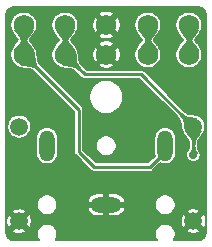
<source format=gbr>
G04 #@! TF.GenerationSoftware,KiCad,Pcbnew,(5.1.10-1-10_14)*
G04 #@! TF.CreationDate,2021-10-22T13:12:01-04:00*
G04 #@! TF.ProjectId,Extron Audio 3.5mm Adapter,45787472-6f6e-4204-9175-64696f20332e,1*
G04 #@! TF.SameCoordinates,Original*
G04 #@! TF.FileFunction,Copper,L2,Bot*
G04 #@! TF.FilePolarity,Positive*
%FSLAX46Y46*%
G04 Gerber Fmt 4.6, Leading zero omitted, Abs format (unit mm)*
G04 Created by KiCad (PCBNEW (5.1.10-1-10_14)) date 2021-10-22 13:12:01*
%MOMM*%
%LPD*%
G01*
G04 APERTURE LIST*
G04 #@! TA.AperFunction,ComponentPad*
%ADD10O,2.616000X1.308000*%
G04 #@! TD*
G04 #@! TA.AperFunction,ComponentPad*
%ADD11O,1.308000X2.616000*%
G04 #@! TD*
G04 #@! TA.AperFunction,ComponentPad*
%ADD12C,1.750000*%
G04 #@! TD*
G04 #@! TA.AperFunction,ComponentPad*
%ADD13C,1.500000*%
G04 #@! TD*
G04 #@! TA.AperFunction,ViaPad*
%ADD14C,0.700000*%
G04 #@! TD*
G04 #@! TA.AperFunction,Conductor*
%ADD15C,0.250000*%
G04 #@! TD*
G04 #@! TA.AperFunction,Conductor*
%ADD16C,0.160000*%
G04 #@! TD*
G04 #@! TA.AperFunction,Conductor*
%ADD17C,0.152400*%
G04 #@! TD*
G04 #@! TA.AperFunction,Conductor*
%ADD18C,0.025400*%
G04 #@! TD*
G04 APERTURE END LIST*
D10*
X145460000Y-117400000D03*
D11*
X150460000Y-112400000D03*
X140460000Y-112400000D03*
D12*
X138460000Y-102190000D03*
X141960000Y-102190000D03*
X145460000Y-102190000D03*
X148960000Y-102190000D03*
X152460000Y-102190000D03*
X138460000Y-104690000D03*
X141960000Y-104690000D03*
X145460000Y-104690000D03*
X148960000Y-104690000D03*
X152460000Y-104690000D03*
D13*
X152830000Y-118790000D03*
X152830000Y-110790000D03*
X138080000Y-118800000D03*
X138080000Y-110800000D03*
D14*
X152830000Y-113180000D03*
D15*
X148960000Y-102190000D02*
X148960000Y-104690000D01*
X143120000Y-109350000D02*
X138460000Y-104690000D01*
X144410000Y-114210000D02*
X143120000Y-112920000D01*
X149160000Y-114210000D02*
X144410000Y-114210000D01*
X143120000Y-112920000D02*
X143120000Y-109350000D01*
X150460000Y-112910000D02*
X149160000Y-114210000D01*
X150460000Y-112400000D02*
X150460000Y-112910000D01*
X138460000Y-102190000D02*
X138460000Y-104680000D01*
X141960000Y-102190000D02*
X141960000Y-104700000D01*
X143630000Y-106370000D02*
X141950000Y-104690000D01*
X148420000Y-106370000D02*
X143630000Y-106370000D01*
X152830000Y-110780000D02*
X148420000Y-106370000D01*
X152830000Y-113180000D02*
X152830000Y-110780000D01*
X152460000Y-102190000D02*
X152460000Y-104700000D01*
D16*
X153337644Y-100674838D02*
X153470052Y-100714815D01*
X153592167Y-100779744D01*
X153699343Y-100867155D01*
X153787503Y-100973722D01*
X153853286Y-101095384D01*
X153894185Y-101227508D01*
X153910049Y-101378442D01*
X153910050Y-118781751D01*
X153907676Y-118662210D01*
X153862038Y-118454421D01*
X153797051Y-118297528D01*
X153648978Y-118211438D01*
X153070416Y-118790000D01*
X153648978Y-119368562D01*
X153797051Y-119282472D01*
X153874546Y-119084347D01*
X153910050Y-118885283D01*
X153910050Y-119675805D01*
X153895162Y-119827645D01*
X153855187Y-119960049D01*
X153790256Y-120082167D01*
X153702846Y-120189343D01*
X153596275Y-120277505D01*
X153474618Y-120343285D01*
X153342493Y-120384185D01*
X153191558Y-120400049D01*
X151172218Y-120400049D01*
X151230984Y-120312100D01*
X151296567Y-120153770D01*
X151330000Y-119985688D01*
X151330000Y-119814312D01*
X151296567Y-119646230D01*
X151281137Y-119608978D01*
X152251438Y-119608978D01*
X152337528Y-119757051D01*
X152535653Y-119834546D01*
X152745090Y-119871900D01*
X152957790Y-119867676D01*
X153165579Y-119822038D01*
X153322472Y-119757051D01*
X153408562Y-119608978D01*
X152830000Y-119030416D01*
X152251438Y-119608978D01*
X151281137Y-119608978D01*
X151230984Y-119487900D01*
X151135773Y-119345407D01*
X151014593Y-119224227D01*
X150872100Y-119129016D01*
X150713770Y-119063433D01*
X150545688Y-119030000D01*
X150374312Y-119030000D01*
X150206230Y-119063433D01*
X150047900Y-119129016D01*
X149905407Y-119224227D01*
X149784227Y-119345407D01*
X149689016Y-119487900D01*
X149623433Y-119646230D01*
X149590000Y-119814312D01*
X149590000Y-119985688D01*
X149623433Y-120153770D01*
X149689016Y-120312100D01*
X149747782Y-120400049D01*
X141172218Y-120400049D01*
X141230984Y-120312100D01*
X141296567Y-120153770D01*
X141330000Y-119985688D01*
X141330000Y-119814312D01*
X141296567Y-119646230D01*
X141230984Y-119487900D01*
X141135773Y-119345407D01*
X141014593Y-119224227D01*
X140872100Y-119129016D01*
X140713770Y-119063433D01*
X140545688Y-119030000D01*
X140374312Y-119030000D01*
X140206230Y-119063433D01*
X140047900Y-119129016D01*
X139905407Y-119224227D01*
X139784227Y-119345407D01*
X139689016Y-119487900D01*
X139623433Y-119646230D01*
X139590000Y-119814312D01*
X139590000Y-119985688D01*
X139623433Y-120153770D01*
X139689016Y-120312100D01*
X139747782Y-120400049D01*
X137694185Y-120400049D01*
X137542355Y-120385162D01*
X137409951Y-120345187D01*
X137287833Y-120280256D01*
X137180657Y-120192846D01*
X137092495Y-120086275D01*
X137026715Y-119964618D01*
X136985815Y-119832493D01*
X136969951Y-119681558D01*
X136969951Y-119618978D01*
X137501438Y-119618978D01*
X137587528Y-119767051D01*
X137785653Y-119844546D01*
X137995090Y-119881900D01*
X138207790Y-119877676D01*
X138415579Y-119832038D01*
X138572472Y-119767051D01*
X138658562Y-119618978D01*
X138080000Y-119040416D01*
X137501438Y-119618978D01*
X136969951Y-119618978D01*
X136969951Y-118715090D01*
X136998100Y-118715090D01*
X137002324Y-118927790D01*
X137047962Y-119135579D01*
X137112949Y-119292472D01*
X137261022Y-119378562D01*
X137839584Y-118800000D01*
X138320416Y-118800000D01*
X138898978Y-119378562D01*
X139047051Y-119292472D01*
X139124546Y-119094347D01*
X139161900Y-118884910D01*
X139158329Y-118705090D01*
X151748100Y-118705090D01*
X151752324Y-118917790D01*
X151797962Y-119125579D01*
X151862949Y-119282472D01*
X152011022Y-119368562D01*
X152589584Y-118790000D01*
X152011022Y-118211438D01*
X151862949Y-118297528D01*
X151785454Y-118495653D01*
X151748100Y-118705090D01*
X139158329Y-118705090D01*
X139157676Y-118672210D01*
X139112038Y-118464421D01*
X139047051Y-118307528D01*
X138898978Y-118221438D01*
X138320416Y-118800000D01*
X137839584Y-118800000D01*
X137261022Y-118221438D01*
X137112949Y-118307528D01*
X137035454Y-118505653D01*
X136998100Y-118715090D01*
X136969951Y-118715090D01*
X136969951Y-117981022D01*
X137501438Y-117981022D01*
X138080000Y-118559584D01*
X138658562Y-117981022D01*
X138572472Y-117832949D01*
X138374347Y-117755454D01*
X138164910Y-117718100D01*
X137952210Y-117722324D01*
X137744421Y-117767962D01*
X137587528Y-117832949D01*
X137501438Y-117981022D01*
X136969951Y-117981022D01*
X136969951Y-117314312D01*
X139590000Y-117314312D01*
X139590000Y-117485688D01*
X139623433Y-117653770D01*
X139689016Y-117812100D01*
X139784227Y-117954593D01*
X139905407Y-118075773D01*
X140047900Y-118170984D01*
X140206230Y-118236567D01*
X140374312Y-118270000D01*
X140545688Y-118270000D01*
X140713770Y-118236567D01*
X140872100Y-118170984D01*
X141014593Y-118075773D01*
X141135773Y-117954593D01*
X141230984Y-117812100D01*
X141269330Y-117719524D01*
X143875322Y-117719524D01*
X143893387Y-117805331D01*
X143989999Y-117975585D01*
X144117969Y-118123719D01*
X144272380Y-118244041D01*
X144447298Y-118331927D01*
X144636000Y-118384000D01*
X145290000Y-118384000D01*
X145290000Y-117570000D01*
X145630000Y-117570000D01*
X145630000Y-118384000D01*
X146284000Y-118384000D01*
X146472702Y-118331927D01*
X146647620Y-118244041D01*
X146802031Y-118123719D01*
X146930001Y-117975585D01*
X147026613Y-117805331D01*
X147044678Y-117719524D01*
X146999326Y-117570000D01*
X145630000Y-117570000D01*
X145290000Y-117570000D01*
X143920674Y-117570000D01*
X143875322Y-117719524D01*
X141269330Y-117719524D01*
X141296567Y-117653770D01*
X141330000Y-117485688D01*
X141330000Y-117314312D01*
X149590000Y-117314312D01*
X149590000Y-117485688D01*
X149623433Y-117653770D01*
X149689016Y-117812100D01*
X149784227Y-117954593D01*
X149905407Y-118075773D01*
X150047900Y-118170984D01*
X150206230Y-118236567D01*
X150374312Y-118270000D01*
X150545688Y-118270000D01*
X150713770Y-118236567D01*
X150872100Y-118170984D01*
X151014593Y-118075773D01*
X151119344Y-117971022D01*
X152251438Y-117971022D01*
X152830000Y-118549584D01*
X153408562Y-117971022D01*
X153322472Y-117822949D01*
X153124347Y-117745454D01*
X152914910Y-117708100D01*
X152702210Y-117712324D01*
X152494421Y-117757962D01*
X152337528Y-117822949D01*
X152251438Y-117971022D01*
X151119344Y-117971022D01*
X151135773Y-117954593D01*
X151230984Y-117812100D01*
X151296567Y-117653770D01*
X151330000Y-117485688D01*
X151330000Y-117314312D01*
X151296567Y-117146230D01*
X151230984Y-116987900D01*
X151135773Y-116845407D01*
X151014593Y-116724227D01*
X150872100Y-116629016D01*
X150713770Y-116563433D01*
X150545688Y-116530000D01*
X150374312Y-116530000D01*
X150206230Y-116563433D01*
X150047900Y-116629016D01*
X149905407Y-116724227D01*
X149784227Y-116845407D01*
X149689016Y-116987900D01*
X149623433Y-117146230D01*
X149590000Y-117314312D01*
X141330000Y-117314312D01*
X141296567Y-117146230D01*
X141269331Y-117080476D01*
X143875322Y-117080476D01*
X143920674Y-117230000D01*
X145290000Y-117230000D01*
X145290000Y-116416000D01*
X145630000Y-116416000D01*
X145630000Y-117230000D01*
X146999326Y-117230000D01*
X147044678Y-117080476D01*
X147026613Y-116994669D01*
X146930001Y-116824415D01*
X146802031Y-116676281D01*
X146647620Y-116555959D01*
X146472702Y-116468073D01*
X146284000Y-116416000D01*
X145630000Y-116416000D01*
X145290000Y-116416000D01*
X144636000Y-116416000D01*
X144447298Y-116468073D01*
X144272380Y-116555959D01*
X144117969Y-116676281D01*
X143989999Y-116824415D01*
X143893387Y-116994669D01*
X143875322Y-117080476D01*
X141269331Y-117080476D01*
X141230984Y-116987900D01*
X141135773Y-116845407D01*
X141014593Y-116724227D01*
X140872100Y-116629016D01*
X140713770Y-116563433D01*
X140545688Y-116530000D01*
X140374312Y-116530000D01*
X140206230Y-116563433D01*
X140047900Y-116629016D01*
X139905407Y-116724227D01*
X139784227Y-116845407D01*
X139689016Y-116987900D01*
X139623433Y-117146230D01*
X139590000Y-117314312D01*
X136969951Y-117314312D01*
X136969951Y-110699539D01*
X137060000Y-110699539D01*
X137060000Y-110900461D01*
X137099198Y-111097523D01*
X137176088Y-111283151D01*
X137287715Y-111450212D01*
X137429788Y-111592285D01*
X137596849Y-111703912D01*
X137782477Y-111780802D01*
X137979539Y-111820000D01*
X138180461Y-111820000D01*
X138377523Y-111780802D01*
X138563151Y-111703912D01*
X138568085Y-111700615D01*
X139536000Y-111700615D01*
X139536001Y-113099386D01*
X139549371Y-113235136D01*
X139602207Y-113409310D01*
X139688006Y-113569830D01*
X139803474Y-113710527D01*
X139944171Y-113825995D01*
X140104691Y-113911794D01*
X140278865Y-113964630D01*
X140460000Y-113982470D01*
X140641136Y-113964630D01*
X140815310Y-113911794D01*
X140975830Y-113825995D01*
X141116527Y-113710527D01*
X141231995Y-113569830D01*
X141317794Y-113409310D01*
X141370630Y-113235136D01*
X141384000Y-113099386D01*
X141384000Y-111700614D01*
X141370630Y-111564864D01*
X141317794Y-111390690D01*
X141231995Y-111230170D01*
X141116527Y-111089473D01*
X140975829Y-110974005D01*
X140815309Y-110888206D01*
X140641135Y-110835370D01*
X140460000Y-110817530D01*
X140278864Y-110835370D01*
X140104690Y-110888206D01*
X139944170Y-110974005D01*
X139803473Y-111089473D01*
X139688005Y-111230171D01*
X139602206Y-111390691D01*
X139549370Y-111564865D01*
X139536000Y-111700615D01*
X138568085Y-111700615D01*
X138730212Y-111592285D01*
X138872285Y-111450212D01*
X138983912Y-111283151D01*
X139060802Y-111097523D01*
X139100000Y-110900461D01*
X139100000Y-110699539D01*
X139060802Y-110502477D01*
X138983912Y-110316849D01*
X138872285Y-110149788D01*
X138730212Y-110007715D01*
X138563151Y-109896088D01*
X138377523Y-109819198D01*
X138180461Y-109780000D01*
X137979539Y-109780000D01*
X137782477Y-109819198D01*
X137596849Y-109896088D01*
X137429788Y-110007715D01*
X137287715Y-110149788D01*
X137176088Y-110316849D01*
X137099198Y-110502477D01*
X137060000Y-110699539D01*
X136969951Y-110699539D01*
X136969951Y-102077227D01*
X137315000Y-102077227D01*
X137315000Y-102302773D01*
X137359002Y-102523984D01*
X137445314Y-102732361D01*
X137485557Y-102792589D01*
X137524900Y-102864770D01*
X137537802Y-102886047D01*
X137629305Y-103022346D01*
X137640494Y-103037803D01*
X137731330Y-103154381D01*
X137736878Y-103161265D01*
X137822728Y-103264300D01*
X137896160Y-103355863D01*
X137952138Y-103437666D01*
X137896024Y-103520546D01*
X137822731Y-103612845D01*
X137736918Y-103716719D01*
X137731561Y-103723417D01*
X137640626Y-103840900D01*
X137629670Y-103856120D01*
X137537924Y-103993373D01*
X137525238Y-104014354D01*
X137485136Y-104088041D01*
X137445314Y-104147639D01*
X137359002Y-104356016D01*
X137315000Y-104577227D01*
X137315000Y-104802773D01*
X137359002Y-105023984D01*
X137445314Y-105232361D01*
X137570621Y-105419895D01*
X137730105Y-105579379D01*
X137917639Y-105704686D01*
X138126016Y-105790998D01*
X138197059Y-105805130D01*
X138275921Y-105828350D01*
X138300087Y-105834270D01*
X138461167Y-105865946D01*
X138480010Y-105868964D01*
X138626673Y-105887166D01*
X138635464Y-105888111D01*
X138769032Y-105900263D01*
X138885691Y-105913082D01*
X138985478Y-105931786D01*
X139077387Y-105961251D01*
X139173464Y-106008960D01*
X139284007Y-106085961D01*
X139419535Y-106208148D01*
X142725001Y-109513615D01*
X142725000Y-112900606D01*
X142723090Y-112920000D01*
X142725000Y-112939394D01*
X142725000Y-112939400D01*
X142730716Y-112997432D01*
X142753302Y-113071890D01*
X142789981Y-113140511D01*
X142839342Y-113200658D01*
X142854416Y-113213029D01*
X144116975Y-114475589D01*
X144129342Y-114490658D01*
X144189488Y-114540019D01*
X144258109Y-114576698D01*
X144332567Y-114599284D01*
X144390599Y-114605000D01*
X144390615Y-114605000D01*
X144409999Y-114606909D01*
X144429383Y-114605000D01*
X149140606Y-114605000D01*
X149160000Y-114606910D01*
X149179394Y-114605000D01*
X149179401Y-114605000D01*
X149237433Y-114599284D01*
X149311891Y-114576698D01*
X149380512Y-114540019D01*
X149440658Y-114490658D01*
X149453029Y-114475584D01*
X150047428Y-113881186D01*
X150104691Y-113911794D01*
X150278865Y-113964630D01*
X150460000Y-113982470D01*
X150641136Y-113964630D01*
X150815310Y-113911794D01*
X150975830Y-113825995D01*
X151116527Y-113710527D01*
X151231995Y-113569830D01*
X151317794Y-113409310D01*
X151370630Y-113235136D01*
X151384000Y-113099386D01*
X151384000Y-111700614D01*
X151370630Y-111564864D01*
X151317794Y-111390690D01*
X151231995Y-111230170D01*
X151116527Y-111089473D01*
X150975829Y-110974005D01*
X150815309Y-110888206D01*
X150641135Y-110835370D01*
X150460000Y-110817530D01*
X150278864Y-110835370D01*
X150104690Y-110888206D01*
X149944170Y-110974005D01*
X149803473Y-111089473D01*
X149688005Y-111230171D01*
X149602206Y-111390691D01*
X149549370Y-111564865D01*
X149536000Y-111700615D01*
X149536001Y-113099386D01*
X149549371Y-113235136D01*
X149555627Y-113255759D01*
X148996387Y-113815000D01*
X144573614Y-113815000D01*
X143515000Y-112756387D01*
X143515000Y-112314312D01*
X144590000Y-112314312D01*
X144590000Y-112485688D01*
X144623433Y-112653770D01*
X144689016Y-112812100D01*
X144784227Y-112954593D01*
X144905407Y-113075773D01*
X145047900Y-113170984D01*
X145206230Y-113236567D01*
X145374312Y-113270000D01*
X145545688Y-113270000D01*
X145713770Y-113236567D01*
X145872100Y-113170984D01*
X146014593Y-113075773D01*
X146135773Y-112954593D01*
X146230984Y-112812100D01*
X146296567Y-112653770D01*
X146330000Y-112485688D01*
X146330000Y-112314312D01*
X146296567Y-112146230D01*
X146230984Y-111987900D01*
X146135773Y-111845407D01*
X146014593Y-111724227D01*
X145872100Y-111629016D01*
X145713770Y-111563433D01*
X145545688Y-111530000D01*
X145374312Y-111530000D01*
X145206230Y-111563433D01*
X145047900Y-111629016D01*
X144905407Y-111724227D01*
X144784227Y-111845407D01*
X144689016Y-111987900D01*
X144623433Y-112146230D01*
X144590000Y-112314312D01*
X143515000Y-112314312D01*
X143515000Y-109369393D01*
X143516910Y-109349999D01*
X143515000Y-109330605D01*
X143515000Y-109330599D01*
X143509284Y-109272567D01*
X143486698Y-109198109D01*
X143450019Y-109129488D01*
X143400658Y-109069342D01*
X143385589Y-109056975D01*
X142464563Y-108135949D01*
X143987422Y-108135949D01*
X143987422Y-108424051D01*
X144043628Y-108706618D01*
X144153880Y-108972791D01*
X144313941Y-109212339D01*
X144517661Y-109416059D01*
X144757209Y-109576120D01*
X145023382Y-109686372D01*
X145305949Y-109742578D01*
X145594051Y-109742578D01*
X145876618Y-109686372D01*
X146142791Y-109576120D01*
X146382339Y-109416059D01*
X146586059Y-109212339D01*
X146746120Y-108972791D01*
X146856372Y-108706618D01*
X146912578Y-108424051D01*
X146912578Y-108135949D01*
X146856372Y-107853382D01*
X146746120Y-107587209D01*
X146586059Y-107347661D01*
X146382339Y-107143941D01*
X146142791Y-106983880D01*
X145876618Y-106873628D01*
X145594051Y-106817422D01*
X145305949Y-106817422D01*
X145023382Y-106873628D01*
X144757209Y-106983880D01*
X144517661Y-107143941D01*
X144313941Y-107347661D01*
X144153880Y-107587209D01*
X144043628Y-107853382D01*
X143987422Y-108135949D01*
X142464563Y-108135949D01*
X139978148Y-105649535D01*
X139855961Y-105514007D01*
X139778960Y-105403464D01*
X139731251Y-105307387D01*
X139701786Y-105215478D01*
X139683082Y-105115691D01*
X139670263Y-104999032D01*
X139658111Y-104865464D01*
X139657166Y-104856673D01*
X139638964Y-104710010D01*
X139635946Y-104691167D01*
X139604270Y-104530087D01*
X139598350Y-104505921D01*
X139575130Y-104427059D01*
X139560998Y-104356016D01*
X139474686Y-104147639D01*
X139434863Y-104088041D01*
X139394761Y-104014353D01*
X139382075Y-103993373D01*
X139290329Y-103856120D01*
X139279373Y-103840900D01*
X139188438Y-103723417D01*
X139183081Y-103716719D01*
X139097268Y-103612845D01*
X139023975Y-103520546D01*
X138967861Y-103437666D01*
X139023839Y-103355863D01*
X139097271Y-103264300D01*
X139183121Y-103161265D01*
X139188669Y-103154381D01*
X139279505Y-103037803D01*
X139290694Y-103022346D01*
X139382197Y-102886047D01*
X139395099Y-102864771D01*
X139434443Y-102792589D01*
X139474686Y-102732361D01*
X139560998Y-102523984D01*
X139605000Y-102302773D01*
X139605000Y-102077227D01*
X140815000Y-102077227D01*
X140815000Y-102302773D01*
X140859002Y-102523984D01*
X140945314Y-102732361D01*
X140985557Y-102792589D01*
X141024900Y-102864770D01*
X141037802Y-102886047D01*
X141129305Y-103022346D01*
X141140494Y-103037803D01*
X141231330Y-103154381D01*
X141236878Y-103161265D01*
X141322728Y-103264300D01*
X141396160Y-103355863D01*
X141453491Y-103439643D01*
X141454909Y-103442399D01*
X141453650Y-103444819D01*
X141396305Y-103527726D01*
X141322766Y-103618513D01*
X141236850Y-103720743D01*
X141231111Y-103727810D01*
X141140373Y-103843481D01*
X141128943Y-103859184D01*
X141037685Y-103994530D01*
X141024565Y-104016100D01*
X140985985Y-104086771D01*
X140945314Y-104147639D01*
X140859002Y-104356016D01*
X140815000Y-104577227D01*
X140815000Y-104802773D01*
X140859002Y-105023984D01*
X140945314Y-105232361D01*
X141070621Y-105419895D01*
X141230105Y-105579379D01*
X141417639Y-105704686D01*
X141626016Y-105790998D01*
X141692152Y-105804153D01*
X141766444Y-105826645D01*
X141790943Y-105832827D01*
X141951443Y-105865422D01*
X141970714Y-105868614D01*
X142116931Y-105887432D01*
X142126166Y-105888460D01*
X142259615Y-105900985D01*
X142376391Y-105913975D01*
X142476246Y-105932702D01*
X142568129Y-105962089D01*
X142664030Y-106009598D01*
X142774322Y-106086309D01*
X142909553Y-106208167D01*
X143336974Y-106635588D01*
X143349342Y-106650658D01*
X143409488Y-106700019D01*
X143478109Y-106736698D01*
X143552567Y-106759284D01*
X143610599Y-106765000D01*
X143610606Y-106765000D01*
X143630000Y-106766910D01*
X143649394Y-106765000D01*
X148256387Y-106765000D01*
X151492367Y-110000981D01*
X151594905Y-110114225D01*
X151658971Y-110204776D01*
X151698607Y-110282089D01*
X151723488Y-110355381D01*
X151740083Y-110435767D01*
X151752230Y-110531748D01*
X151763816Y-110643913D01*
X151764661Y-110651142D01*
X151780896Y-110775434D01*
X151783690Y-110792533D01*
X151810546Y-110929180D01*
X151815978Y-110951674D01*
X151836119Y-111021770D01*
X151849198Y-111087523D01*
X151926088Y-111273151D01*
X151960900Y-111325250D01*
X151992677Y-111383757D01*
X152005063Y-111404326D01*
X152081411Y-111519218D01*
X152092005Y-111534049D01*
X152167572Y-111632625D01*
X152172601Y-111638985D01*
X152243437Y-111725857D01*
X152302848Y-111801842D01*
X152347982Y-111869626D01*
X152382129Y-111937852D01*
X152408676Y-112018908D01*
X152427392Y-112126261D01*
X152435000Y-112276826D01*
X152435000Y-112485722D01*
X152432977Y-112549528D01*
X152428266Y-112592760D01*
X152422069Y-112623038D01*
X152414805Y-112646108D01*
X152405169Y-112668658D01*
X152390642Y-112696476D01*
X152369348Y-112733191D01*
X152342723Y-112778153D01*
X152339989Y-112782879D01*
X152310757Y-112834601D01*
X152305642Y-112844089D01*
X152295210Y-112864399D01*
X152280563Y-112886320D01*
X152233826Y-112999153D01*
X152210000Y-113118935D01*
X152210000Y-113241065D01*
X152233826Y-113360847D01*
X152280563Y-113473680D01*
X152348414Y-113575227D01*
X152434773Y-113661586D01*
X152536320Y-113729437D01*
X152649153Y-113776174D01*
X152768935Y-113800000D01*
X152891065Y-113800000D01*
X153010847Y-113776174D01*
X153123680Y-113729437D01*
X153225227Y-113661586D01*
X153311586Y-113575227D01*
X153379437Y-113473680D01*
X153426174Y-113360847D01*
X153450000Y-113241065D01*
X153450000Y-113118935D01*
X153426174Y-112999153D01*
X153379437Y-112886320D01*
X153364792Y-112864401D01*
X153354356Y-112844085D01*
X153349242Y-112834601D01*
X153320010Y-112782879D01*
X153317276Y-112778153D01*
X153290651Y-112733191D01*
X153269357Y-112696476D01*
X153254830Y-112668658D01*
X153245194Y-112646108D01*
X153237930Y-112623038D01*
X153231733Y-112592760D01*
X153227022Y-112549528D01*
X153225000Y-112485737D01*
X153225000Y-112276817D01*
X153232607Y-112126261D01*
X153251323Y-112018908D01*
X153277870Y-111937852D01*
X153312017Y-111869626D01*
X153357151Y-111801842D01*
X153416562Y-111725857D01*
X153487398Y-111638985D01*
X153492427Y-111632625D01*
X153567994Y-111534049D01*
X153578588Y-111519218D01*
X153654936Y-111404326D01*
X153667322Y-111383759D01*
X153699103Y-111325246D01*
X153733912Y-111273151D01*
X153810802Y-111087523D01*
X153850000Y-110890461D01*
X153850000Y-110689539D01*
X153810802Y-110492477D01*
X153733912Y-110306849D01*
X153622285Y-110139788D01*
X153480212Y-109997715D01*
X153313151Y-109886088D01*
X153127523Y-109809198D01*
X153072687Y-109798291D01*
X153009931Y-109778983D01*
X152987258Y-109773071D01*
X152850570Y-109743700D01*
X152833052Y-109740536D01*
X152708655Y-109722280D01*
X152700837Y-109721249D01*
X152588145Y-109708060D01*
X152491203Y-109694697D01*
X152409698Y-109677155D01*
X152335235Y-109651402D01*
X152256793Y-109610864D01*
X152165204Y-109545865D01*
X152051017Y-109442403D01*
X148713029Y-106104416D01*
X148700658Y-106089342D01*
X148640512Y-106039981D01*
X148571891Y-106003302D01*
X148497433Y-105980716D01*
X148439401Y-105975000D01*
X148439394Y-105975000D01*
X148420000Y-105973090D01*
X148400606Y-105975000D01*
X143793614Y-105975000D01*
X143468198Y-105649585D01*
X143422596Y-105598950D01*
X144791466Y-105598950D01*
X144892874Y-105759802D01*
X145112480Y-105849887D01*
X145345440Y-105895398D01*
X145582803Y-105894586D01*
X145815447Y-105847483D01*
X146027126Y-105759802D01*
X146128534Y-105598950D01*
X145460000Y-104930416D01*
X144791466Y-105598950D01*
X143422596Y-105598950D01*
X143347237Y-105515274D01*
X143271416Y-105405980D01*
X143224768Y-105311154D01*
X143196226Y-105220383D01*
X143178427Y-105121534D01*
X143166655Y-105005699D01*
X143155737Y-104872711D01*
X143154878Y-104863989D01*
X143138094Y-104717890D01*
X143135243Y-104698997D01*
X143112101Y-104575440D01*
X144254602Y-104575440D01*
X144255414Y-104812803D01*
X144302517Y-105045447D01*
X144390198Y-105257126D01*
X144551050Y-105358534D01*
X145219584Y-104690000D01*
X145700416Y-104690000D01*
X146368950Y-105358534D01*
X146529802Y-105257126D01*
X146619887Y-105037520D01*
X146665398Y-104804560D01*
X146664586Y-104567197D01*
X146617483Y-104334553D01*
X146529802Y-104122874D01*
X146368950Y-104021466D01*
X145700416Y-104690000D01*
X145219584Y-104690000D01*
X144551050Y-104021466D01*
X144390198Y-104122874D01*
X144300113Y-104342480D01*
X144254602Y-104575440D01*
X143112101Y-104575440D01*
X143105189Y-104538542D01*
X143099452Y-104514202D01*
X143076350Y-104433195D01*
X143060998Y-104356016D01*
X142974686Y-104147639D01*
X142934015Y-104086770D01*
X142895434Y-104016099D01*
X142882314Y-103994530D01*
X142791056Y-103859184D01*
X142779626Y-103843481D01*
X142730653Y-103781050D01*
X144791466Y-103781050D01*
X145460000Y-104449584D01*
X146128534Y-103781050D01*
X146027126Y-103620198D01*
X145807520Y-103530113D01*
X145574560Y-103484602D01*
X145337197Y-103485414D01*
X145104553Y-103532517D01*
X144892874Y-103620198D01*
X144791466Y-103781050D01*
X142730653Y-103781050D01*
X142688888Y-103727810D01*
X142683149Y-103720743D01*
X142597233Y-103618513D01*
X142523694Y-103527726D01*
X142466349Y-103444819D01*
X142465090Y-103442399D01*
X142466508Y-103439643D01*
X142523839Y-103355863D01*
X142597271Y-103264300D01*
X142683121Y-103161265D01*
X142688669Y-103154381D01*
X142731860Y-103098950D01*
X144791466Y-103098950D01*
X144892874Y-103259802D01*
X145112480Y-103349887D01*
X145345440Y-103395398D01*
X145582803Y-103394586D01*
X145815447Y-103347483D01*
X146027126Y-103259802D01*
X146128534Y-103098950D01*
X145460000Y-102430416D01*
X144791466Y-103098950D01*
X142731860Y-103098950D01*
X142779505Y-103037803D01*
X142790694Y-103022346D01*
X142882197Y-102886047D01*
X142895099Y-102864771D01*
X142934443Y-102792589D01*
X142974686Y-102732361D01*
X143060998Y-102523984D01*
X143105000Y-102302773D01*
X143105000Y-102077227D01*
X143104645Y-102075440D01*
X144254602Y-102075440D01*
X144255414Y-102312803D01*
X144302517Y-102545447D01*
X144390198Y-102757126D01*
X144551050Y-102858534D01*
X145219584Y-102190000D01*
X145700416Y-102190000D01*
X146368950Y-102858534D01*
X146529802Y-102757126D01*
X146619887Y-102537520D01*
X146665398Y-102304560D01*
X146664621Y-102077227D01*
X147815000Y-102077227D01*
X147815000Y-102302773D01*
X147859002Y-102523984D01*
X147945314Y-102732361D01*
X147985557Y-102792589D01*
X148024900Y-102864770D01*
X148037802Y-102886047D01*
X148129305Y-103022346D01*
X148140494Y-103037803D01*
X148231330Y-103154381D01*
X148236878Y-103161265D01*
X148322728Y-103264300D01*
X148396160Y-103355863D01*
X148453491Y-103439643D01*
X148453674Y-103440000D01*
X148453491Y-103440356D01*
X148396160Y-103524136D01*
X148322728Y-103615699D01*
X148236878Y-103718734D01*
X148231330Y-103725618D01*
X148140494Y-103842196D01*
X148129305Y-103857653D01*
X148037802Y-103993952D01*
X148024899Y-104015229D01*
X147985550Y-104087422D01*
X147945314Y-104147639D01*
X147859002Y-104356016D01*
X147815000Y-104577227D01*
X147815000Y-104802773D01*
X147859002Y-105023984D01*
X147945314Y-105232361D01*
X148070621Y-105419895D01*
X148230105Y-105579379D01*
X148417639Y-105704686D01*
X148626016Y-105790998D01*
X148847227Y-105835000D01*
X149072773Y-105835000D01*
X149293984Y-105790998D01*
X149502361Y-105704686D01*
X149689895Y-105579379D01*
X149849379Y-105419895D01*
X149974686Y-105232361D01*
X150060998Y-105023984D01*
X150105000Y-104802773D01*
X150105000Y-104577227D01*
X150060998Y-104356016D01*
X149974686Y-104147639D01*
X149934444Y-104087414D01*
X149895099Y-104015228D01*
X149882197Y-103993952D01*
X149790694Y-103857653D01*
X149779505Y-103842196D01*
X149688669Y-103725618D01*
X149683121Y-103718734D01*
X149597271Y-103615699D01*
X149523839Y-103524136D01*
X149466508Y-103440356D01*
X149466325Y-103440000D01*
X149466508Y-103439643D01*
X149523839Y-103355863D01*
X149597271Y-103264300D01*
X149683121Y-103161265D01*
X149688669Y-103154381D01*
X149779505Y-103037803D01*
X149790694Y-103022346D01*
X149882197Y-102886047D01*
X149895099Y-102864771D01*
X149934443Y-102792589D01*
X149974686Y-102732361D01*
X150060998Y-102523984D01*
X150105000Y-102302773D01*
X150105000Y-102077227D01*
X151315000Y-102077227D01*
X151315000Y-102302773D01*
X151359002Y-102523984D01*
X151445314Y-102732361D01*
X151485557Y-102792589D01*
X151524900Y-102864770D01*
X151537802Y-102886047D01*
X151629305Y-103022346D01*
X151640494Y-103037803D01*
X151731330Y-103154381D01*
X151736878Y-103161265D01*
X151822728Y-103264300D01*
X151896160Y-103355863D01*
X151953491Y-103439643D01*
X151954909Y-103442399D01*
X151953650Y-103444819D01*
X151896305Y-103527726D01*
X151822766Y-103618513D01*
X151736850Y-103720743D01*
X151731111Y-103727810D01*
X151640373Y-103843481D01*
X151628943Y-103859184D01*
X151537685Y-103994530D01*
X151524565Y-104016100D01*
X151485985Y-104086771D01*
X151445314Y-104147639D01*
X151359002Y-104356016D01*
X151315000Y-104577227D01*
X151315000Y-104802773D01*
X151359002Y-105023984D01*
X151445314Y-105232361D01*
X151570621Y-105419895D01*
X151730105Y-105579379D01*
X151917639Y-105704686D01*
X152126016Y-105790998D01*
X152347227Y-105835000D01*
X152572773Y-105835000D01*
X152793984Y-105790998D01*
X153002361Y-105704686D01*
X153189895Y-105579379D01*
X153349379Y-105419895D01*
X153474686Y-105232361D01*
X153560998Y-105023984D01*
X153605000Y-104802773D01*
X153605000Y-104577227D01*
X153560998Y-104356016D01*
X153474686Y-104147639D01*
X153434015Y-104086770D01*
X153395434Y-104016099D01*
X153382314Y-103994530D01*
X153291056Y-103859184D01*
X153279626Y-103843481D01*
X153188888Y-103727810D01*
X153183149Y-103720743D01*
X153097233Y-103618513D01*
X153023694Y-103527726D01*
X152966349Y-103444819D01*
X152965090Y-103442399D01*
X152966508Y-103439643D01*
X153023839Y-103355863D01*
X153097271Y-103264300D01*
X153183121Y-103161265D01*
X153188669Y-103154381D01*
X153279505Y-103037803D01*
X153290694Y-103022346D01*
X153382197Y-102886047D01*
X153395099Y-102864771D01*
X153434443Y-102792589D01*
X153474686Y-102732361D01*
X153560998Y-102523984D01*
X153605000Y-102302773D01*
X153605000Y-102077227D01*
X153560998Y-101856016D01*
X153474686Y-101647639D01*
X153349379Y-101460105D01*
X153189895Y-101300621D01*
X153002361Y-101175314D01*
X152793984Y-101089002D01*
X152572773Y-101045000D01*
X152347227Y-101045000D01*
X152126016Y-101089002D01*
X151917639Y-101175314D01*
X151730105Y-101300621D01*
X151570621Y-101460105D01*
X151445314Y-101647639D01*
X151359002Y-101856016D01*
X151315000Y-102077227D01*
X150105000Y-102077227D01*
X150060998Y-101856016D01*
X149974686Y-101647639D01*
X149849379Y-101460105D01*
X149689895Y-101300621D01*
X149502361Y-101175314D01*
X149293984Y-101089002D01*
X149072773Y-101045000D01*
X148847227Y-101045000D01*
X148626016Y-101089002D01*
X148417639Y-101175314D01*
X148230105Y-101300621D01*
X148070621Y-101460105D01*
X147945314Y-101647639D01*
X147859002Y-101856016D01*
X147815000Y-102077227D01*
X146664621Y-102077227D01*
X146664586Y-102067197D01*
X146617483Y-101834553D01*
X146529802Y-101622874D01*
X146368950Y-101521466D01*
X145700416Y-102190000D01*
X145219584Y-102190000D01*
X144551050Y-101521466D01*
X144390198Y-101622874D01*
X144300113Y-101842480D01*
X144254602Y-102075440D01*
X143104645Y-102075440D01*
X143060998Y-101856016D01*
X142974686Y-101647639D01*
X142849379Y-101460105D01*
X142689895Y-101300621D01*
X142660606Y-101281050D01*
X144791466Y-101281050D01*
X145460000Y-101949584D01*
X146128534Y-101281050D01*
X146027126Y-101120198D01*
X145807520Y-101030113D01*
X145574560Y-100984602D01*
X145337197Y-100985414D01*
X145104553Y-101032517D01*
X144892874Y-101120198D01*
X144791466Y-101281050D01*
X142660606Y-101281050D01*
X142502361Y-101175314D01*
X142293984Y-101089002D01*
X142072773Y-101045000D01*
X141847227Y-101045000D01*
X141626016Y-101089002D01*
X141417639Y-101175314D01*
X141230105Y-101300621D01*
X141070621Y-101460105D01*
X140945314Y-101647639D01*
X140859002Y-101856016D01*
X140815000Y-102077227D01*
X139605000Y-102077227D01*
X139560998Y-101856016D01*
X139474686Y-101647639D01*
X139349379Y-101460105D01*
X139189895Y-101300621D01*
X139002361Y-101175314D01*
X138793984Y-101089002D01*
X138572773Y-101045000D01*
X138347227Y-101045000D01*
X138126016Y-101089002D01*
X137917639Y-101175314D01*
X137730105Y-101300621D01*
X137570621Y-101460105D01*
X137445314Y-101647639D01*
X137359002Y-101856016D01*
X137315000Y-102077227D01*
X136969951Y-102077227D01*
X136969951Y-101384184D01*
X136984838Y-101232356D01*
X137024815Y-101099948D01*
X137089744Y-100977833D01*
X137177155Y-100870657D01*
X137283722Y-100782497D01*
X137405384Y-100716714D01*
X137537508Y-100675815D01*
X137688442Y-100659951D01*
X153185816Y-100659951D01*
X153337644Y-100674838D01*
G04 #@! TA.AperFunction,Conductor*
D17*
G36*
X153337644Y-100674838D02*
G01*
X153470052Y-100714815D01*
X153592167Y-100779744D01*
X153699343Y-100867155D01*
X153787503Y-100973722D01*
X153853286Y-101095384D01*
X153894185Y-101227508D01*
X153910049Y-101378442D01*
X153910050Y-118781751D01*
X153907676Y-118662210D01*
X153862038Y-118454421D01*
X153797051Y-118297528D01*
X153648978Y-118211438D01*
X153070416Y-118790000D01*
X153648978Y-119368562D01*
X153797051Y-119282472D01*
X153874546Y-119084347D01*
X153910050Y-118885283D01*
X153910050Y-119675805D01*
X153895162Y-119827645D01*
X153855187Y-119960049D01*
X153790256Y-120082167D01*
X153702846Y-120189343D01*
X153596275Y-120277505D01*
X153474618Y-120343285D01*
X153342493Y-120384185D01*
X153191558Y-120400049D01*
X151172218Y-120400049D01*
X151230984Y-120312100D01*
X151296567Y-120153770D01*
X151330000Y-119985688D01*
X151330000Y-119814312D01*
X151296567Y-119646230D01*
X151281137Y-119608978D01*
X152251438Y-119608978D01*
X152337528Y-119757051D01*
X152535653Y-119834546D01*
X152745090Y-119871900D01*
X152957790Y-119867676D01*
X153165579Y-119822038D01*
X153322472Y-119757051D01*
X153408562Y-119608978D01*
X152830000Y-119030416D01*
X152251438Y-119608978D01*
X151281137Y-119608978D01*
X151230984Y-119487900D01*
X151135773Y-119345407D01*
X151014593Y-119224227D01*
X150872100Y-119129016D01*
X150713770Y-119063433D01*
X150545688Y-119030000D01*
X150374312Y-119030000D01*
X150206230Y-119063433D01*
X150047900Y-119129016D01*
X149905407Y-119224227D01*
X149784227Y-119345407D01*
X149689016Y-119487900D01*
X149623433Y-119646230D01*
X149590000Y-119814312D01*
X149590000Y-119985688D01*
X149623433Y-120153770D01*
X149689016Y-120312100D01*
X149747782Y-120400049D01*
X141172218Y-120400049D01*
X141230984Y-120312100D01*
X141296567Y-120153770D01*
X141330000Y-119985688D01*
X141330000Y-119814312D01*
X141296567Y-119646230D01*
X141230984Y-119487900D01*
X141135773Y-119345407D01*
X141014593Y-119224227D01*
X140872100Y-119129016D01*
X140713770Y-119063433D01*
X140545688Y-119030000D01*
X140374312Y-119030000D01*
X140206230Y-119063433D01*
X140047900Y-119129016D01*
X139905407Y-119224227D01*
X139784227Y-119345407D01*
X139689016Y-119487900D01*
X139623433Y-119646230D01*
X139590000Y-119814312D01*
X139590000Y-119985688D01*
X139623433Y-120153770D01*
X139689016Y-120312100D01*
X139747782Y-120400049D01*
X137694185Y-120400049D01*
X137542355Y-120385162D01*
X137409951Y-120345187D01*
X137287833Y-120280256D01*
X137180657Y-120192846D01*
X137092495Y-120086275D01*
X137026715Y-119964618D01*
X136985815Y-119832493D01*
X136969951Y-119681558D01*
X136969951Y-119618978D01*
X137501438Y-119618978D01*
X137587528Y-119767051D01*
X137785653Y-119844546D01*
X137995090Y-119881900D01*
X138207790Y-119877676D01*
X138415579Y-119832038D01*
X138572472Y-119767051D01*
X138658562Y-119618978D01*
X138080000Y-119040416D01*
X137501438Y-119618978D01*
X136969951Y-119618978D01*
X136969951Y-118715090D01*
X136998100Y-118715090D01*
X137002324Y-118927790D01*
X137047962Y-119135579D01*
X137112949Y-119292472D01*
X137261022Y-119378562D01*
X137839584Y-118800000D01*
X138320416Y-118800000D01*
X138898978Y-119378562D01*
X139047051Y-119292472D01*
X139124546Y-119094347D01*
X139161900Y-118884910D01*
X139158329Y-118705090D01*
X151748100Y-118705090D01*
X151752324Y-118917790D01*
X151797962Y-119125579D01*
X151862949Y-119282472D01*
X152011022Y-119368562D01*
X152589584Y-118790000D01*
X152011022Y-118211438D01*
X151862949Y-118297528D01*
X151785454Y-118495653D01*
X151748100Y-118705090D01*
X139158329Y-118705090D01*
X139157676Y-118672210D01*
X139112038Y-118464421D01*
X139047051Y-118307528D01*
X138898978Y-118221438D01*
X138320416Y-118800000D01*
X137839584Y-118800000D01*
X137261022Y-118221438D01*
X137112949Y-118307528D01*
X137035454Y-118505653D01*
X136998100Y-118715090D01*
X136969951Y-118715090D01*
X136969951Y-117981022D01*
X137501438Y-117981022D01*
X138080000Y-118559584D01*
X138658562Y-117981022D01*
X138572472Y-117832949D01*
X138374347Y-117755454D01*
X138164910Y-117718100D01*
X137952210Y-117722324D01*
X137744421Y-117767962D01*
X137587528Y-117832949D01*
X137501438Y-117981022D01*
X136969951Y-117981022D01*
X136969951Y-117314312D01*
X139590000Y-117314312D01*
X139590000Y-117485688D01*
X139623433Y-117653770D01*
X139689016Y-117812100D01*
X139784227Y-117954593D01*
X139905407Y-118075773D01*
X140047900Y-118170984D01*
X140206230Y-118236567D01*
X140374312Y-118270000D01*
X140545688Y-118270000D01*
X140713770Y-118236567D01*
X140872100Y-118170984D01*
X141014593Y-118075773D01*
X141135773Y-117954593D01*
X141230984Y-117812100D01*
X141269330Y-117719524D01*
X143875322Y-117719524D01*
X143893387Y-117805331D01*
X143989999Y-117975585D01*
X144117969Y-118123719D01*
X144272380Y-118244041D01*
X144447298Y-118331927D01*
X144636000Y-118384000D01*
X145290000Y-118384000D01*
X145290000Y-117570000D01*
X145630000Y-117570000D01*
X145630000Y-118384000D01*
X146284000Y-118384000D01*
X146472702Y-118331927D01*
X146647620Y-118244041D01*
X146802031Y-118123719D01*
X146930001Y-117975585D01*
X147026613Y-117805331D01*
X147044678Y-117719524D01*
X146999326Y-117570000D01*
X145630000Y-117570000D01*
X145290000Y-117570000D01*
X143920674Y-117570000D01*
X143875322Y-117719524D01*
X141269330Y-117719524D01*
X141296567Y-117653770D01*
X141330000Y-117485688D01*
X141330000Y-117314312D01*
X149590000Y-117314312D01*
X149590000Y-117485688D01*
X149623433Y-117653770D01*
X149689016Y-117812100D01*
X149784227Y-117954593D01*
X149905407Y-118075773D01*
X150047900Y-118170984D01*
X150206230Y-118236567D01*
X150374312Y-118270000D01*
X150545688Y-118270000D01*
X150713770Y-118236567D01*
X150872100Y-118170984D01*
X151014593Y-118075773D01*
X151119344Y-117971022D01*
X152251438Y-117971022D01*
X152830000Y-118549584D01*
X153408562Y-117971022D01*
X153322472Y-117822949D01*
X153124347Y-117745454D01*
X152914910Y-117708100D01*
X152702210Y-117712324D01*
X152494421Y-117757962D01*
X152337528Y-117822949D01*
X152251438Y-117971022D01*
X151119344Y-117971022D01*
X151135773Y-117954593D01*
X151230984Y-117812100D01*
X151296567Y-117653770D01*
X151330000Y-117485688D01*
X151330000Y-117314312D01*
X151296567Y-117146230D01*
X151230984Y-116987900D01*
X151135773Y-116845407D01*
X151014593Y-116724227D01*
X150872100Y-116629016D01*
X150713770Y-116563433D01*
X150545688Y-116530000D01*
X150374312Y-116530000D01*
X150206230Y-116563433D01*
X150047900Y-116629016D01*
X149905407Y-116724227D01*
X149784227Y-116845407D01*
X149689016Y-116987900D01*
X149623433Y-117146230D01*
X149590000Y-117314312D01*
X141330000Y-117314312D01*
X141296567Y-117146230D01*
X141269331Y-117080476D01*
X143875322Y-117080476D01*
X143920674Y-117230000D01*
X145290000Y-117230000D01*
X145290000Y-116416000D01*
X145630000Y-116416000D01*
X145630000Y-117230000D01*
X146999326Y-117230000D01*
X147044678Y-117080476D01*
X147026613Y-116994669D01*
X146930001Y-116824415D01*
X146802031Y-116676281D01*
X146647620Y-116555959D01*
X146472702Y-116468073D01*
X146284000Y-116416000D01*
X145630000Y-116416000D01*
X145290000Y-116416000D01*
X144636000Y-116416000D01*
X144447298Y-116468073D01*
X144272380Y-116555959D01*
X144117969Y-116676281D01*
X143989999Y-116824415D01*
X143893387Y-116994669D01*
X143875322Y-117080476D01*
X141269331Y-117080476D01*
X141230984Y-116987900D01*
X141135773Y-116845407D01*
X141014593Y-116724227D01*
X140872100Y-116629016D01*
X140713770Y-116563433D01*
X140545688Y-116530000D01*
X140374312Y-116530000D01*
X140206230Y-116563433D01*
X140047900Y-116629016D01*
X139905407Y-116724227D01*
X139784227Y-116845407D01*
X139689016Y-116987900D01*
X139623433Y-117146230D01*
X139590000Y-117314312D01*
X136969951Y-117314312D01*
X136969951Y-110699539D01*
X137060000Y-110699539D01*
X137060000Y-110900461D01*
X137099198Y-111097523D01*
X137176088Y-111283151D01*
X137287715Y-111450212D01*
X137429788Y-111592285D01*
X137596849Y-111703912D01*
X137782477Y-111780802D01*
X137979539Y-111820000D01*
X138180461Y-111820000D01*
X138377523Y-111780802D01*
X138563151Y-111703912D01*
X138568085Y-111700615D01*
X139536000Y-111700615D01*
X139536001Y-113099386D01*
X139549371Y-113235136D01*
X139602207Y-113409310D01*
X139688006Y-113569830D01*
X139803474Y-113710527D01*
X139944171Y-113825995D01*
X140104691Y-113911794D01*
X140278865Y-113964630D01*
X140460000Y-113982470D01*
X140641136Y-113964630D01*
X140815310Y-113911794D01*
X140975830Y-113825995D01*
X141116527Y-113710527D01*
X141231995Y-113569830D01*
X141317794Y-113409310D01*
X141370630Y-113235136D01*
X141384000Y-113099386D01*
X141384000Y-111700614D01*
X141370630Y-111564864D01*
X141317794Y-111390690D01*
X141231995Y-111230170D01*
X141116527Y-111089473D01*
X140975829Y-110974005D01*
X140815309Y-110888206D01*
X140641135Y-110835370D01*
X140460000Y-110817530D01*
X140278864Y-110835370D01*
X140104690Y-110888206D01*
X139944170Y-110974005D01*
X139803473Y-111089473D01*
X139688005Y-111230171D01*
X139602206Y-111390691D01*
X139549370Y-111564865D01*
X139536000Y-111700615D01*
X138568085Y-111700615D01*
X138730212Y-111592285D01*
X138872285Y-111450212D01*
X138983912Y-111283151D01*
X139060802Y-111097523D01*
X139100000Y-110900461D01*
X139100000Y-110699539D01*
X139060802Y-110502477D01*
X138983912Y-110316849D01*
X138872285Y-110149788D01*
X138730212Y-110007715D01*
X138563151Y-109896088D01*
X138377523Y-109819198D01*
X138180461Y-109780000D01*
X137979539Y-109780000D01*
X137782477Y-109819198D01*
X137596849Y-109896088D01*
X137429788Y-110007715D01*
X137287715Y-110149788D01*
X137176088Y-110316849D01*
X137099198Y-110502477D01*
X137060000Y-110699539D01*
X136969951Y-110699539D01*
X136969951Y-102077227D01*
X137315000Y-102077227D01*
X137315000Y-102302773D01*
X137359002Y-102523984D01*
X137445314Y-102732361D01*
X137485557Y-102792589D01*
X137524900Y-102864770D01*
X137537802Y-102886047D01*
X137629305Y-103022346D01*
X137640494Y-103037803D01*
X137731330Y-103154381D01*
X137736878Y-103161265D01*
X137822728Y-103264300D01*
X137896160Y-103355863D01*
X137952138Y-103437666D01*
X137896024Y-103520546D01*
X137822731Y-103612845D01*
X137736918Y-103716719D01*
X137731561Y-103723417D01*
X137640626Y-103840900D01*
X137629670Y-103856120D01*
X137537924Y-103993373D01*
X137525238Y-104014354D01*
X137485136Y-104088041D01*
X137445314Y-104147639D01*
X137359002Y-104356016D01*
X137315000Y-104577227D01*
X137315000Y-104802773D01*
X137359002Y-105023984D01*
X137445314Y-105232361D01*
X137570621Y-105419895D01*
X137730105Y-105579379D01*
X137917639Y-105704686D01*
X138126016Y-105790998D01*
X138197059Y-105805130D01*
X138275921Y-105828350D01*
X138300087Y-105834270D01*
X138461167Y-105865946D01*
X138480010Y-105868964D01*
X138626673Y-105887166D01*
X138635464Y-105888111D01*
X138769032Y-105900263D01*
X138885691Y-105913082D01*
X138985478Y-105931786D01*
X139077387Y-105961251D01*
X139173464Y-106008960D01*
X139284007Y-106085961D01*
X139419535Y-106208148D01*
X142725001Y-109513615D01*
X142725000Y-112900606D01*
X142723090Y-112920000D01*
X142725000Y-112939394D01*
X142725000Y-112939400D01*
X142730716Y-112997432D01*
X142753302Y-113071890D01*
X142789981Y-113140511D01*
X142839342Y-113200658D01*
X142854416Y-113213029D01*
X144116975Y-114475589D01*
X144129342Y-114490658D01*
X144189488Y-114540019D01*
X144258109Y-114576698D01*
X144332567Y-114599284D01*
X144390599Y-114605000D01*
X144390615Y-114605000D01*
X144409999Y-114606909D01*
X144429383Y-114605000D01*
X149140606Y-114605000D01*
X149160000Y-114606910D01*
X149179394Y-114605000D01*
X149179401Y-114605000D01*
X149237433Y-114599284D01*
X149311891Y-114576698D01*
X149380512Y-114540019D01*
X149440658Y-114490658D01*
X149453029Y-114475584D01*
X150047428Y-113881186D01*
X150104691Y-113911794D01*
X150278865Y-113964630D01*
X150460000Y-113982470D01*
X150641136Y-113964630D01*
X150815310Y-113911794D01*
X150975830Y-113825995D01*
X151116527Y-113710527D01*
X151231995Y-113569830D01*
X151317794Y-113409310D01*
X151370630Y-113235136D01*
X151384000Y-113099386D01*
X151384000Y-111700614D01*
X151370630Y-111564864D01*
X151317794Y-111390690D01*
X151231995Y-111230170D01*
X151116527Y-111089473D01*
X150975829Y-110974005D01*
X150815309Y-110888206D01*
X150641135Y-110835370D01*
X150460000Y-110817530D01*
X150278864Y-110835370D01*
X150104690Y-110888206D01*
X149944170Y-110974005D01*
X149803473Y-111089473D01*
X149688005Y-111230171D01*
X149602206Y-111390691D01*
X149549370Y-111564865D01*
X149536000Y-111700615D01*
X149536001Y-113099386D01*
X149549371Y-113235136D01*
X149555627Y-113255759D01*
X148996387Y-113815000D01*
X144573614Y-113815000D01*
X143515000Y-112756387D01*
X143515000Y-112314312D01*
X144590000Y-112314312D01*
X144590000Y-112485688D01*
X144623433Y-112653770D01*
X144689016Y-112812100D01*
X144784227Y-112954593D01*
X144905407Y-113075773D01*
X145047900Y-113170984D01*
X145206230Y-113236567D01*
X145374312Y-113270000D01*
X145545688Y-113270000D01*
X145713770Y-113236567D01*
X145872100Y-113170984D01*
X146014593Y-113075773D01*
X146135773Y-112954593D01*
X146230984Y-112812100D01*
X146296567Y-112653770D01*
X146330000Y-112485688D01*
X146330000Y-112314312D01*
X146296567Y-112146230D01*
X146230984Y-111987900D01*
X146135773Y-111845407D01*
X146014593Y-111724227D01*
X145872100Y-111629016D01*
X145713770Y-111563433D01*
X145545688Y-111530000D01*
X145374312Y-111530000D01*
X145206230Y-111563433D01*
X145047900Y-111629016D01*
X144905407Y-111724227D01*
X144784227Y-111845407D01*
X144689016Y-111987900D01*
X144623433Y-112146230D01*
X144590000Y-112314312D01*
X143515000Y-112314312D01*
X143515000Y-109369393D01*
X143516910Y-109349999D01*
X143515000Y-109330605D01*
X143515000Y-109330599D01*
X143509284Y-109272567D01*
X143486698Y-109198109D01*
X143450019Y-109129488D01*
X143400658Y-109069342D01*
X143385589Y-109056975D01*
X142464563Y-108135949D01*
X143987422Y-108135949D01*
X143987422Y-108424051D01*
X144043628Y-108706618D01*
X144153880Y-108972791D01*
X144313941Y-109212339D01*
X144517661Y-109416059D01*
X144757209Y-109576120D01*
X145023382Y-109686372D01*
X145305949Y-109742578D01*
X145594051Y-109742578D01*
X145876618Y-109686372D01*
X146142791Y-109576120D01*
X146382339Y-109416059D01*
X146586059Y-109212339D01*
X146746120Y-108972791D01*
X146856372Y-108706618D01*
X146912578Y-108424051D01*
X146912578Y-108135949D01*
X146856372Y-107853382D01*
X146746120Y-107587209D01*
X146586059Y-107347661D01*
X146382339Y-107143941D01*
X146142791Y-106983880D01*
X145876618Y-106873628D01*
X145594051Y-106817422D01*
X145305949Y-106817422D01*
X145023382Y-106873628D01*
X144757209Y-106983880D01*
X144517661Y-107143941D01*
X144313941Y-107347661D01*
X144153880Y-107587209D01*
X144043628Y-107853382D01*
X143987422Y-108135949D01*
X142464563Y-108135949D01*
X139978148Y-105649535D01*
X139855961Y-105514007D01*
X139778960Y-105403464D01*
X139731251Y-105307387D01*
X139701786Y-105215478D01*
X139683082Y-105115691D01*
X139670263Y-104999032D01*
X139658111Y-104865464D01*
X139657166Y-104856673D01*
X139638964Y-104710010D01*
X139635946Y-104691167D01*
X139604270Y-104530087D01*
X139598350Y-104505921D01*
X139575130Y-104427059D01*
X139560998Y-104356016D01*
X139474686Y-104147639D01*
X139434863Y-104088041D01*
X139394761Y-104014353D01*
X139382075Y-103993373D01*
X139290329Y-103856120D01*
X139279373Y-103840900D01*
X139188438Y-103723417D01*
X139183081Y-103716719D01*
X139097268Y-103612845D01*
X139023975Y-103520546D01*
X138967861Y-103437666D01*
X139023839Y-103355863D01*
X139097271Y-103264300D01*
X139183121Y-103161265D01*
X139188669Y-103154381D01*
X139279505Y-103037803D01*
X139290694Y-103022346D01*
X139382197Y-102886047D01*
X139395099Y-102864771D01*
X139434443Y-102792589D01*
X139474686Y-102732361D01*
X139560998Y-102523984D01*
X139605000Y-102302773D01*
X139605000Y-102077227D01*
X140815000Y-102077227D01*
X140815000Y-102302773D01*
X140859002Y-102523984D01*
X140945314Y-102732361D01*
X140985557Y-102792589D01*
X141024900Y-102864770D01*
X141037802Y-102886047D01*
X141129305Y-103022346D01*
X141140494Y-103037803D01*
X141231330Y-103154381D01*
X141236878Y-103161265D01*
X141322728Y-103264300D01*
X141396160Y-103355863D01*
X141453491Y-103439643D01*
X141454909Y-103442399D01*
X141453650Y-103444819D01*
X141396305Y-103527726D01*
X141322766Y-103618513D01*
X141236850Y-103720743D01*
X141231111Y-103727810D01*
X141140373Y-103843481D01*
X141128943Y-103859184D01*
X141037685Y-103994530D01*
X141024565Y-104016100D01*
X140985985Y-104086771D01*
X140945314Y-104147639D01*
X140859002Y-104356016D01*
X140815000Y-104577227D01*
X140815000Y-104802773D01*
X140859002Y-105023984D01*
X140945314Y-105232361D01*
X141070621Y-105419895D01*
X141230105Y-105579379D01*
X141417639Y-105704686D01*
X141626016Y-105790998D01*
X141692152Y-105804153D01*
X141766444Y-105826645D01*
X141790943Y-105832827D01*
X141951443Y-105865422D01*
X141970714Y-105868614D01*
X142116931Y-105887432D01*
X142126166Y-105888460D01*
X142259615Y-105900985D01*
X142376391Y-105913975D01*
X142476246Y-105932702D01*
X142568129Y-105962089D01*
X142664030Y-106009598D01*
X142774322Y-106086309D01*
X142909553Y-106208167D01*
X143336974Y-106635588D01*
X143349342Y-106650658D01*
X143409488Y-106700019D01*
X143478109Y-106736698D01*
X143552567Y-106759284D01*
X143610599Y-106765000D01*
X143610606Y-106765000D01*
X143630000Y-106766910D01*
X143649394Y-106765000D01*
X148256387Y-106765000D01*
X151492367Y-110000981D01*
X151594905Y-110114225D01*
X151658971Y-110204776D01*
X151698607Y-110282089D01*
X151723488Y-110355381D01*
X151740083Y-110435767D01*
X151752230Y-110531748D01*
X151763816Y-110643913D01*
X151764661Y-110651142D01*
X151780896Y-110775434D01*
X151783690Y-110792533D01*
X151810546Y-110929180D01*
X151815978Y-110951674D01*
X151836119Y-111021770D01*
X151849198Y-111087523D01*
X151926088Y-111273151D01*
X151960900Y-111325250D01*
X151992677Y-111383757D01*
X152005063Y-111404326D01*
X152081411Y-111519218D01*
X152092005Y-111534049D01*
X152167572Y-111632625D01*
X152172601Y-111638985D01*
X152243437Y-111725857D01*
X152302848Y-111801842D01*
X152347982Y-111869626D01*
X152382129Y-111937852D01*
X152408676Y-112018908D01*
X152427392Y-112126261D01*
X152435000Y-112276826D01*
X152435000Y-112485722D01*
X152432977Y-112549528D01*
X152428266Y-112592760D01*
X152422069Y-112623038D01*
X152414805Y-112646108D01*
X152405169Y-112668658D01*
X152390642Y-112696476D01*
X152369348Y-112733191D01*
X152342723Y-112778153D01*
X152339989Y-112782879D01*
X152310757Y-112834601D01*
X152305642Y-112844089D01*
X152295210Y-112864399D01*
X152280563Y-112886320D01*
X152233826Y-112999153D01*
X152210000Y-113118935D01*
X152210000Y-113241065D01*
X152233826Y-113360847D01*
X152280563Y-113473680D01*
X152348414Y-113575227D01*
X152434773Y-113661586D01*
X152536320Y-113729437D01*
X152649153Y-113776174D01*
X152768935Y-113800000D01*
X152891065Y-113800000D01*
X153010847Y-113776174D01*
X153123680Y-113729437D01*
X153225227Y-113661586D01*
X153311586Y-113575227D01*
X153379437Y-113473680D01*
X153426174Y-113360847D01*
X153450000Y-113241065D01*
X153450000Y-113118935D01*
X153426174Y-112999153D01*
X153379437Y-112886320D01*
X153364792Y-112864401D01*
X153354356Y-112844085D01*
X153349242Y-112834601D01*
X153320010Y-112782879D01*
X153317276Y-112778153D01*
X153290651Y-112733191D01*
X153269357Y-112696476D01*
X153254830Y-112668658D01*
X153245194Y-112646108D01*
X153237930Y-112623038D01*
X153231733Y-112592760D01*
X153227022Y-112549528D01*
X153225000Y-112485737D01*
X153225000Y-112276817D01*
X153232607Y-112126261D01*
X153251323Y-112018908D01*
X153277870Y-111937852D01*
X153312017Y-111869626D01*
X153357151Y-111801842D01*
X153416562Y-111725857D01*
X153487398Y-111638985D01*
X153492427Y-111632625D01*
X153567994Y-111534049D01*
X153578588Y-111519218D01*
X153654936Y-111404326D01*
X153667322Y-111383759D01*
X153699103Y-111325246D01*
X153733912Y-111273151D01*
X153810802Y-111087523D01*
X153850000Y-110890461D01*
X153850000Y-110689539D01*
X153810802Y-110492477D01*
X153733912Y-110306849D01*
X153622285Y-110139788D01*
X153480212Y-109997715D01*
X153313151Y-109886088D01*
X153127523Y-109809198D01*
X153072687Y-109798291D01*
X153009931Y-109778983D01*
X152987258Y-109773071D01*
X152850570Y-109743700D01*
X152833052Y-109740536D01*
X152708655Y-109722280D01*
X152700837Y-109721249D01*
X152588145Y-109708060D01*
X152491203Y-109694697D01*
X152409698Y-109677155D01*
X152335235Y-109651402D01*
X152256793Y-109610864D01*
X152165204Y-109545865D01*
X152051017Y-109442403D01*
X148713029Y-106104416D01*
X148700658Y-106089342D01*
X148640512Y-106039981D01*
X148571891Y-106003302D01*
X148497433Y-105980716D01*
X148439401Y-105975000D01*
X148439394Y-105975000D01*
X148420000Y-105973090D01*
X148400606Y-105975000D01*
X143793614Y-105975000D01*
X143468198Y-105649585D01*
X143422596Y-105598950D01*
X144791466Y-105598950D01*
X144892874Y-105759802D01*
X145112480Y-105849887D01*
X145345440Y-105895398D01*
X145582803Y-105894586D01*
X145815447Y-105847483D01*
X146027126Y-105759802D01*
X146128534Y-105598950D01*
X145460000Y-104930416D01*
X144791466Y-105598950D01*
X143422596Y-105598950D01*
X143347237Y-105515274D01*
X143271416Y-105405980D01*
X143224768Y-105311154D01*
X143196226Y-105220383D01*
X143178427Y-105121534D01*
X143166655Y-105005699D01*
X143155737Y-104872711D01*
X143154878Y-104863989D01*
X143138094Y-104717890D01*
X143135243Y-104698997D01*
X143112101Y-104575440D01*
X144254602Y-104575440D01*
X144255414Y-104812803D01*
X144302517Y-105045447D01*
X144390198Y-105257126D01*
X144551050Y-105358534D01*
X145219584Y-104690000D01*
X145700416Y-104690000D01*
X146368950Y-105358534D01*
X146529802Y-105257126D01*
X146619887Y-105037520D01*
X146665398Y-104804560D01*
X146664586Y-104567197D01*
X146617483Y-104334553D01*
X146529802Y-104122874D01*
X146368950Y-104021466D01*
X145700416Y-104690000D01*
X145219584Y-104690000D01*
X144551050Y-104021466D01*
X144390198Y-104122874D01*
X144300113Y-104342480D01*
X144254602Y-104575440D01*
X143112101Y-104575440D01*
X143105189Y-104538542D01*
X143099452Y-104514202D01*
X143076350Y-104433195D01*
X143060998Y-104356016D01*
X142974686Y-104147639D01*
X142934015Y-104086770D01*
X142895434Y-104016099D01*
X142882314Y-103994530D01*
X142791056Y-103859184D01*
X142779626Y-103843481D01*
X142730653Y-103781050D01*
X144791466Y-103781050D01*
X145460000Y-104449584D01*
X146128534Y-103781050D01*
X146027126Y-103620198D01*
X145807520Y-103530113D01*
X145574560Y-103484602D01*
X145337197Y-103485414D01*
X145104553Y-103532517D01*
X144892874Y-103620198D01*
X144791466Y-103781050D01*
X142730653Y-103781050D01*
X142688888Y-103727810D01*
X142683149Y-103720743D01*
X142597233Y-103618513D01*
X142523694Y-103527726D01*
X142466349Y-103444819D01*
X142465090Y-103442399D01*
X142466508Y-103439643D01*
X142523839Y-103355863D01*
X142597271Y-103264300D01*
X142683121Y-103161265D01*
X142688669Y-103154381D01*
X142731860Y-103098950D01*
X144791466Y-103098950D01*
X144892874Y-103259802D01*
X145112480Y-103349887D01*
X145345440Y-103395398D01*
X145582803Y-103394586D01*
X145815447Y-103347483D01*
X146027126Y-103259802D01*
X146128534Y-103098950D01*
X145460000Y-102430416D01*
X144791466Y-103098950D01*
X142731860Y-103098950D01*
X142779505Y-103037803D01*
X142790694Y-103022346D01*
X142882197Y-102886047D01*
X142895099Y-102864771D01*
X142934443Y-102792589D01*
X142974686Y-102732361D01*
X143060998Y-102523984D01*
X143105000Y-102302773D01*
X143105000Y-102077227D01*
X143104645Y-102075440D01*
X144254602Y-102075440D01*
X144255414Y-102312803D01*
X144302517Y-102545447D01*
X144390198Y-102757126D01*
X144551050Y-102858534D01*
X145219584Y-102190000D01*
X145700416Y-102190000D01*
X146368950Y-102858534D01*
X146529802Y-102757126D01*
X146619887Y-102537520D01*
X146665398Y-102304560D01*
X146664621Y-102077227D01*
X147815000Y-102077227D01*
X147815000Y-102302773D01*
X147859002Y-102523984D01*
X147945314Y-102732361D01*
X147985557Y-102792589D01*
X148024900Y-102864770D01*
X148037802Y-102886047D01*
X148129305Y-103022346D01*
X148140494Y-103037803D01*
X148231330Y-103154381D01*
X148236878Y-103161265D01*
X148322728Y-103264300D01*
X148396160Y-103355863D01*
X148453491Y-103439643D01*
X148453674Y-103440000D01*
X148453491Y-103440356D01*
X148396160Y-103524136D01*
X148322728Y-103615699D01*
X148236878Y-103718734D01*
X148231330Y-103725618D01*
X148140494Y-103842196D01*
X148129305Y-103857653D01*
X148037802Y-103993952D01*
X148024899Y-104015229D01*
X147985550Y-104087422D01*
X147945314Y-104147639D01*
X147859002Y-104356016D01*
X147815000Y-104577227D01*
X147815000Y-104802773D01*
X147859002Y-105023984D01*
X147945314Y-105232361D01*
X148070621Y-105419895D01*
X148230105Y-105579379D01*
X148417639Y-105704686D01*
X148626016Y-105790998D01*
X148847227Y-105835000D01*
X149072773Y-105835000D01*
X149293984Y-105790998D01*
X149502361Y-105704686D01*
X149689895Y-105579379D01*
X149849379Y-105419895D01*
X149974686Y-105232361D01*
X150060998Y-105023984D01*
X150105000Y-104802773D01*
X150105000Y-104577227D01*
X150060998Y-104356016D01*
X149974686Y-104147639D01*
X149934444Y-104087414D01*
X149895099Y-104015228D01*
X149882197Y-103993952D01*
X149790694Y-103857653D01*
X149779505Y-103842196D01*
X149688669Y-103725618D01*
X149683121Y-103718734D01*
X149597271Y-103615699D01*
X149523839Y-103524136D01*
X149466508Y-103440356D01*
X149466325Y-103440000D01*
X149466508Y-103439643D01*
X149523839Y-103355863D01*
X149597271Y-103264300D01*
X149683121Y-103161265D01*
X149688669Y-103154381D01*
X149779505Y-103037803D01*
X149790694Y-103022346D01*
X149882197Y-102886047D01*
X149895099Y-102864771D01*
X149934443Y-102792589D01*
X149974686Y-102732361D01*
X150060998Y-102523984D01*
X150105000Y-102302773D01*
X150105000Y-102077227D01*
X151315000Y-102077227D01*
X151315000Y-102302773D01*
X151359002Y-102523984D01*
X151445314Y-102732361D01*
X151485557Y-102792589D01*
X151524900Y-102864770D01*
X151537802Y-102886047D01*
X151629305Y-103022346D01*
X151640494Y-103037803D01*
X151731330Y-103154381D01*
X151736878Y-103161265D01*
X151822728Y-103264300D01*
X151896160Y-103355863D01*
X151953491Y-103439643D01*
X151954909Y-103442399D01*
X151953650Y-103444819D01*
X151896305Y-103527726D01*
X151822766Y-103618513D01*
X151736850Y-103720743D01*
X151731111Y-103727810D01*
X151640373Y-103843481D01*
X151628943Y-103859184D01*
X151537685Y-103994530D01*
X151524565Y-104016100D01*
X151485985Y-104086771D01*
X151445314Y-104147639D01*
X151359002Y-104356016D01*
X151315000Y-104577227D01*
X151315000Y-104802773D01*
X151359002Y-105023984D01*
X151445314Y-105232361D01*
X151570621Y-105419895D01*
X151730105Y-105579379D01*
X151917639Y-105704686D01*
X152126016Y-105790998D01*
X152347227Y-105835000D01*
X152572773Y-105835000D01*
X152793984Y-105790998D01*
X153002361Y-105704686D01*
X153189895Y-105579379D01*
X153349379Y-105419895D01*
X153474686Y-105232361D01*
X153560998Y-105023984D01*
X153605000Y-104802773D01*
X153605000Y-104577227D01*
X153560998Y-104356016D01*
X153474686Y-104147639D01*
X153434015Y-104086770D01*
X153395434Y-104016099D01*
X153382314Y-103994530D01*
X153291056Y-103859184D01*
X153279626Y-103843481D01*
X153188888Y-103727810D01*
X153183149Y-103720743D01*
X153097233Y-103618513D01*
X153023694Y-103527726D01*
X152966349Y-103444819D01*
X152965090Y-103442399D01*
X152966508Y-103439643D01*
X153023839Y-103355863D01*
X153097271Y-103264300D01*
X153183121Y-103161265D01*
X153188669Y-103154381D01*
X153279505Y-103037803D01*
X153290694Y-103022346D01*
X153382197Y-102886047D01*
X153395099Y-102864771D01*
X153434443Y-102792589D01*
X153474686Y-102732361D01*
X153560998Y-102523984D01*
X153605000Y-102302773D01*
X153605000Y-102077227D01*
X153560998Y-101856016D01*
X153474686Y-101647639D01*
X153349379Y-101460105D01*
X153189895Y-101300621D01*
X153002361Y-101175314D01*
X152793984Y-101089002D01*
X152572773Y-101045000D01*
X152347227Y-101045000D01*
X152126016Y-101089002D01*
X151917639Y-101175314D01*
X151730105Y-101300621D01*
X151570621Y-101460105D01*
X151445314Y-101647639D01*
X151359002Y-101856016D01*
X151315000Y-102077227D01*
X150105000Y-102077227D01*
X150060998Y-101856016D01*
X149974686Y-101647639D01*
X149849379Y-101460105D01*
X149689895Y-101300621D01*
X149502361Y-101175314D01*
X149293984Y-101089002D01*
X149072773Y-101045000D01*
X148847227Y-101045000D01*
X148626016Y-101089002D01*
X148417639Y-101175314D01*
X148230105Y-101300621D01*
X148070621Y-101460105D01*
X147945314Y-101647639D01*
X147859002Y-101856016D01*
X147815000Y-102077227D01*
X146664621Y-102077227D01*
X146664586Y-102067197D01*
X146617483Y-101834553D01*
X146529802Y-101622874D01*
X146368950Y-101521466D01*
X145700416Y-102190000D01*
X145219584Y-102190000D01*
X144551050Y-101521466D01*
X144390198Y-101622874D01*
X144300113Y-101842480D01*
X144254602Y-102075440D01*
X143104645Y-102075440D01*
X143060998Y-101856016D01*
X142974686Y-101647639D01*
X142849379Y-101460105D01*
X142689895Y-101300621D01*
X142660606Y-101281050D01*
X144791466Y-101281050D01*
X145460000Y-101949584D01*
X146128534Y-101281050D01*
X146027126Y-101120198D01*
X145807520Y-101030113D01*
X145574560Y-100984602D01*
X145337197Y-100985414D01*
X145104553Y-101032517D01*
X144892874Y-101120198D01*
X144791466Y-101281050D01*
X142660606Y-101281050D01*
X142502361Y-101175314D01*
X142293984Y-101089002D01*
X142072773Y-101045000D01*
X141847227Y-101045000D01*
X141626016Y-101089002D01*
X141417639Y-101175314D01*
X141230105Y-101300621D01*
X141070621Y-101460105D01*
X140945314Y-101647639D01*
X140859002Y-101856016D01*
X140815000Y-102077227D01*
X139605000Y-102077227D01*
X139560998Y-101856016D01*
X139474686Y-101647639D01*
X139349379Y-101460105D01*
X139189895Y-101300621D01*
X139002361Y-101175314D01*
X138793984Y-101089002D01*
X138572773Y-101045000D01*
X138347227Y-101045000D01*
X138126016Y-101089002D01*
X137917639Y-101175314D01*
X137730105Y-101300621D01*
X137570621Y-101460105D01*
X137445314Y-101647639D01*
X137359002Y-101856016D01*
X137315000Y-102077227D01*
X136969951Y-102077227D01*
X136969951Y-101384184D01*
X136984838Y-101232356D01*
X137024815Y-101099948D01*
X137089744Y-100977833D01*
X137177155Y-100870657D01*
X137283722Y-100782497D01*
X137405384Y-100716714D01*
X137537508Y-100675815D01*
X137688442Y-100659951D01*
X153185816Y-100659951D01*
X153337644Y-100674838D01*
G37*
G04 #@! TD.AperFunction*
D18*
X149731895Y-102573497D02*
X149647158Y-102728960D01*
X149556233Y-102864398D01*
X149465800Y-102980458D01*
X149378459Y-103085283D01*
X149378309Y-103085467D01*
X149296895Y-103186983D01*
X149296321Y-103187757D01*
X149223663Y-103293935D01*
X149222851Y-103295297D01*
X149161645Y-103414266D01*
X149160901Y-103416027D01*
X149113844Y-103555913D01*
X149113379Y-103557726D01*
X149083167Y-103726658D01*
X149082986Y-103728237D01*
X149072940Y-103922300D01*
X148847060Y-103922300D01*
X148837013Y-103728237D01*
X148836832Y-103726658D01*
X148806620Y-103557726D01*
X148806155Y-103555913D01*
X148759098Y-103416027D01*
X148758354Y-103414266D01*
X148697148Y-103295297D01*
X148696336Y-103293935D01*
X148623678Y-103187757D01*
X148623104Y-103186983D01*
X148541690Y-103085467D01*
X148541540Y-103085283D01*
X148454199Y-102980458D01*
X148363766Y-102864398D01*
X148272841Y-102728960D01*
X148188105Y-102573497D01*
X148960000Y-101770822D01*
X149731895Y-102573497D01*
G04 #@! TA.AperFunction,Conductor*
D17*
G36*
X149731895Y-102573497D02*
G01*
X149647158Y-102728960D01*
X149556233Y-102864398D01*
X149465800Y-102980458D01*
X149378459Y-103085283D01*
X149378309Y-103085467D01*
X149296895Y-103186983D01*
X149296321Y-103187757D01*
X149223663Y-103293935D01*
X149222851Y-103295297D01*
X149161645Y-103414266D01*
X149160901Y-103416027D01*
X149113844Y-103555913D01*
X149113379Y-103557726D01*
X149083167Y-103726658D01*
X149082986Y-103728237D01*
X149072940Y-103922300D01*
X148847060Y-103922300D01*
X148837013Y-103728237D01*
X148836832Y-103726658D01*
X148806620Y-103557726D01*
X148806155Y-103555913D01*
X148759098Y-103416027D01*
X148758354Y-103414266D01*
X148697148Y-103295297D01*
X148696336Y-103293935D01*
X148623678Y-103187757D01*
X148623104Y-103186983D01*
X148541690Y-103085467D01*
X148541540Y-103085283D01*
X148454199Y-102980458D01*
X148363766Y-102864398D01*
X148272841Y-102728960D01*
X148188105Y-102573497D01*
X148960000Y-101770822D01*
X149731895Y-102573497D01*
G37*
G04 #@! TD.AperFunction*
D18*
X149082986Y-103151762D02*
X149083167Y-103153341D01*
X149113379Y-103322273D01*
X149113844Y-103324086D01*
X149160901Y-103463972D01*
X149161645Y-103465733D01*
X149222851Y-103584702D01*
X149223663Y-103586064D01*
X149296321Y-103692242D01*
X149296895Y-103693016D01*
X149378309Y-103794532D01*
X149378459Y-103794716D01*
X149465800Y-103899541D01*
X149556233Y-104015601D01*
X149647158Y-104151039D01*
X149731895Y-104306503D01*
X148960000Y-105109178D01*
X148188105Y-104306503D01*
X148272841Y-104151039D01*
X148363766Y-104015601D01*
X148454199Y-103899541D01*
X148541540Y-103794716D01*
X148541690Y-103794532D01*
X148623104Y-103693016D01*
X148623678Y-103692242D01*
X148696336Y-103586064D01*
X148697148Y-103584702D01*
X148758354Y-103465733D01*
X148759098Y-103463972D01*
X148806155Y-103324086D01*
X148806620Y-103322273D01*
X148836832Y-103153341D01*
X148837013Y-103151762D01*
X148847060Y-102957700D01*
X149072940Y-102957700D01*
X149082986Y-103151762D01*
G04 #@! TA.AperFunction,Conductor*
D17*
G36*
X149082986Y-103151762D02*
G01*
X149083167Y-103153341D01*
X149113379Y-103322273D01*
X149113844Y-103324086D01*
X149160901Y-103463972D01*
X149161645Y-103465733D01*
X149222851Y-103584702D01*
X149223663Y-103586064D01*
X149296321Y-103692242D01*
X149296895Y-103693016D01*
X149378309Y-103794532D01*
X149378459Y-103794716D01*
X149465800Y-103899541D01*
X149556233Y-104015601D01*
X149647158Y-104151039D01*
X149731895Y-104306503D01*
X148960000Y-105109178D01*
X148188105Y-104306503D01*
X148272841Y-104151039D01*
X148363766Y-104015601D01*
X148454199Y-103899541D01*
X148541540Y-103794716D01*
X148541690Y-103794532D01*
X148623104Y-103693016D01*
X148623678Y-103692242D01*
X148696336Y-103586064D01*
X148697148Y-103584702D01*
X148758354Y-103465733D01*
X148759098Y-103463972D01*
X148806155Y-103324086D01*
X148806620Y-103322273D01*
X148836832Y-103153341D01*
X148837013Y-103151762D01*
X148847060Y-102957700D01*
X149072940Y-102957700D01*
X149082986Y-103151762D01*
G37*
G04 #@! TD.AperFunction*
D18*
X139276985Y-104415363D02*
X139326997Y-104585215D01*
X139358472Y-104745272D01*
X139376591Y-104891267D01*
X139388955Y-105027165D01*
X139388979Y-105027401D01*
X139403193Y-105156752D01*
X139403334Y-105157705D01*
X139427037Y-105284162D01*
X139427426Y-105285699D01*
X139468270Y-105413101D01*
X139468989Y-105414872D01*
X139534629Y-105547060D01*
X139535583Y-105548671D01*
X139633672Y-105689487D01*
X139634660Y-105690732D01*
X139764780Y-105835060D01*
X139605060Y-105994780D01*
X139460732Y-105864660D01*
X139459487Y-105863672D01*
X139318671Y-105765583D01*
X139317060Y-105764629D01*
X139184872Y-105698989D01*
X139183101Y-105698270D01*
X139055699Y-105657426D01*
X139054162Y-105657037D01*
X138927705Y-105633334D01*
X138926752Y-105633193D01*
X138797401Y-105618979D01*
X138797165Y-105618955D01*
X138661267Y-105606591D01*
X138515272Y-105588472D01*
X138355215Y-105556997D01*
X138185363Y-105506985D01*
X138163597Y-104393597D01*
X139276985Y-104415363D01*
G04 #@! TA.AperFunction,Conductor*
D17*
G36*
X139276985Y-104415363D02*
G01*
X139326997Y-104585215D01*
X139358472Y-104745272D01*
X139376591Y-104891267D01*
X139388955Y-105027165D01*
X139388979Y-105027401D01*
X139403193Y-105156752D01*
X139403334Y-105157705D01*
X139427037Y-105284162D01*
X139427426Y-105285699D01*
X139468270Y-105413101D01*
X139468989Y-105414872D01*
X139534629Y-105547060D01*
X139535583Y-105548671D01*
X139633672Y-105689487D01*
X139634660Y-105690732D01*
X139764780Y-105835060D01*
X139605060Y-105994780D01*
X139460732Y-105864660D01*
X139459487Y-105863672D01*
X139318671Y-105765583D01*
X139317060Y-105764629D01*
X139184872Y-105698989D01*
X139183101Y-105698270D01*
X139055699Y-105657426D01*
X139054162Y-105657037D01*
X138927705Y-105633334D01*
X138926752Y-105633193D01*
X138797401Y-105618979D01*
X138797165Y-105618955D01*
X138661267Y-105606591D01*
X138515272Y-105588472D01*
X138355215Y-105556997D01*
X138185363Y-105506985D01*
X138163597Y-104393597D01*
X139276985Y-104415363D01*
G37*
G04 #@! TD.AperFunction*
D18*
X150906822Y-112859689D02*
X150806935Y-112953360D01*
X150710370Y-113031956D01*
X150620791Y-113095057D01*
X150535181Y-113148456D01*
X150450548Y-113197914D01*
X150450486Y-113197951D01*
X150364099Y-113249096D01*
X150363696Y-113249345D01*
X150272841Y-113307817D01*
X150272237Y-113308231D01*
X150174038Y-113379760D01*
X150173386Y-113380267D01*
X150064969Y-113470587D01*
X150064374Y-113471115D01*
X149951840Y-113577475D01*
X149792235Y-113417870D01*
X149862199Y-113338662D01*
X149863378Y-113337099D01*
X149916485Y-113254109D01*
X149917593Y-113251947D01*
X149949158Y-113172368D01*
X149949873Y-113169813D01*
X149963118Y-113091894D01*
X149963294Y-113089464D01*
X149961436Y-113011450D01*
X149961256Y-113009599D01*
X149947516Y-112929738D01*
X149947266Y-112928599D01*
X149924863Y-112845139D01*
X149924715Y-112844631D01*
X149896868Y-112755819D01*
X149866866Y-112660121D01*
X149840273Y-112564288D01*
X150521949Y-112098543D01*
X150906822Y-112859689D01*
G04 #@! TA.AperFunction,Conductor*
D17*
G36*
X150906822Y-112859689D02*
G01*
X150806935Y-112953360D01*
X150710370Y-113031956D01*
X150620791Y-113095057D01*
X150535181Y-113148456D01*
X150450548Y-113197914D01*
X150450486Y-113197951D01*
X150364099Y-113249096D01*
X150363696Y-113249345D01*
X150272841Y-113307817D01*
X150272237Y-113308231D01*
X150174038Y-113379760D01*
X150173386Y-113380267D01*
X150064969Y-113470587D01*
X150064374Y-113471115D01*
X149951840Y-113577475D01*
X149792235Y-113417870D01*
X149862199Y-113338662D01*
X149863378Y-113337099D01*
X149916485Y-113254109D01*
X149917593Y-113251947D01*
X149949158Y-113172368D01*
X149949873Y-113169813D01*
X149963118Y-113091894D01*
X149963294Y-113089464D01*
X149961436Y-113011450D01*
X149961256Y-113009599D01*
X149947516Y-112929738D01*
X149947266Y-112928599D01*
X149924863Y-112845139D01*
X149924715Y-112844631D01*
X149896868Y-112755819D01*
X149866866Y-112660121D01*
X149840273Y-112564288D01*
X150521949Y-112098543D01*
X150906822Y-112859689D01*
G37*
G04 #@! TD.AperFunction*
D18*
X139231895Y-102573497D02*
X139147158Y-102728960D01*
X139056233Y-102864398D01*
X138965800Y-102980458D01*
X138878459Y-103085283D01*
X138878309Y-103085467D01*
X138796895Y-103186983D01*
X138796321Y-103187757D01*
X138723663Y-103293935D01*
X138722851Y-103295297D01*
X138661645Y-103414266D01*
X138660901Y-103416027D01*
X138613844Y-103555913D01*
X138613379Y-103557726D01*
X138583167Y-103726658D01*
X138582986Y-103728237D01*
X138572940Y-103922300D01*
X138347060Y-103922300D01*
X138337013Y-103728237D01*
X138336832Y-103726658D01*
X138306620Y-103557726D01*
X138306155Y-103555913D01*
X138259098Y-103416027D01*
X138258354Y-103414266D01*
X138197148Y-103295297D01*
X138196336Y-103293935D01*
X138123678Y-103187757D01*
X138123104Y-103186983D01*
X138041690Y-103085467D01*
X138041540Y-103085283D01*
X137954199Y-102980458D01*
X137863766Y-102864398D01*
X137772841Y-102728960D01*
X137688105Y-102573497D01*
X138460000Y-101770822D01*
X139231895Y-102573497D01*
G04 #@! TA.AperFunction,Conductor*
D17*
G36*
X139231895Y-102573497D02*
G01*
X139147158Y-102728960D01*
X139056233Y-102864398D01*
X138965800Y-102980458D01*
X138878459Y-103085283D01*
X138878309Y-103085467D01*
X138796895Y-103186983D01*
X138796321Y-103187757D01*
X138723663Y-103293935D01*
X138722851Y-103295297D01*
X138661645Y-103414266D01*
X138660901Y-103416027D01*
X138613844Y-103555913D01*
X138613379Y-103557726D01*
X138583167Y-103726658D01*
X138582986Y-103728237D01*
X138572940Y-103922300D01*
X138347060Y-103922300D01*
X138337013Y-103728237D01*
X138336832Y-103726658D01*
X138306620Y-103557726D01*
X138306155Y-103555913D01*
X138259098Y-103416027D01*
X138258354Y-103414266D01*
X138197148Y-103295297D01*
X138196336Y-103293935D01*
X138123678Y-103187757D01*
X138123104Y-103186983D01*
X138041690Y-103085467D01*
X138041540Y-103085283D01*
X137954199Y-102980458D01*
X137863766Y-102864398D01*
X137772841Y-102728960D01*
X137688105Y-102573497D01*
X138460000Y-101770822D01*
X139231895Y-102573497D01*
G37*
G04 #@! TD.AperFunction*
D18*
X138582939Y-103143032D02*
X138583116Y-103144595D01*
X138613209Y-103314675D01*
X138613665Y-103316472D01*
X138660560Y-103457402D01*
X138661291Y-103459152D01*
X138722326Y-103579085D01*
X138723129Y-103580445D01*
X138795636Y-103687536D01*
X138796206Y-103688314D01*
X138877521Y-103790715D01*
X138877676Y-103790906D01*
X138965004Y-103896614D01*
X139055550Y-104013594D01*
X139146726Y-104149994D01*
X139231899Y-104306498D01*
X138460000Y-105109178D01*
X137688101Y-104306498D01*
X137773273Y-104149994D01*
X137864449Y-104013594D01*
X137954995Y-103896614D01*
X138042323Y-103790906D01*
X138042478Y-103790715D01*
X138123793Y-103688314D01*
X138124363Y-103687536D01*
X138196870Y-103580445D01*
X138197673Y-103579085D01*
X138258708Y-103459152D01*
X138259439Y-103457402D01*
X138306334Y-103316472D01*
X138306790Y-103314675D01*
X138336883Y-103144595D01*
X138337060Y-103143032D01*
X138347066Y-102947700D01*
X138572934Y-102947700D01*
X138582939Y-103143032D01*
G04 #@! TA.AperFunction,Conductor*
D17*
G36*
X138582939Y-103143032D02*
G01*
X138583116Y-103144595D01*
X138613209Y-103314675D01*
X138613665Y-103316472D01*
X138660560Y-103457402D01*
X138661291Y-103459152D01*
X138722326Y-103579085D01*
X138723129Y-103580445D01*
X138795636Y-103687536D01*
X138796206Y-103688314D01*
X138877521Y-103790715D01*
X138877676Y-103790906D01*
X138965004Y-103896614D01*
X139055550Y-104013594D01*
X139146726Y-104149994D01*
X139231899Y-104306498D01*
X138460000Y-105109178D01*
X137688101Y-104306498D01*
X137773273Y-104149994D01*
X137864449Y-104013594D01*
X137954995Y-103896614D01*
X138042323Y-103790906D01*
X138042478Y-103790715D01*
X138123793Y-103688314D01*
X138124363Y-103687536D01*
X138196870Y-103580445D01*
X138197673Y-103579085D01*
X138258708Y-103459152D01*
X138259439Y-103457402D01*
X138306334Y-103316472D01*
X138306790Y-103314675D01*
X138336883Y-103144595D01*
X138337060Y-103143032D01*
X138347066Y-102947700D01*
X138572934Y-102947700D01*
X138582939Y-103143032D01*
G37*
G04 #@! TD.AperFunction*
D18*
X142731895Y-102573497D02*
X142647158Y-102728960D01*
X142556233Y-102864398D01*
X142465800Y-102980458D01*
X142378459Y-103085283D01*
X142378309Y-103085467D01*
X142296895Y-103186983D01*
X142296321Y-103187757D01*
X142223663Y-103293935D01*
X142222851Y-103295297D01*
X142161645Y-103414266D01*
X142160901Y-103416027D01*
X142113844Y-103555913D01*
X142113379Y-103557726D01*
X142083167Y-103726658D01*
X142082986Y-103728237D01*
X142072940Y-103922300D01*
X141847060Y-103922300D01*
X141837013Y-103728237D01*
X141836832Y-103726658D01*
X141806620Y-103557726D01*
X141806155Y-103555913D01*
X141759098Y-103416027D01*
X141758354Y-103414266D01*
X141697148Y-103295297D01*
X141696336Y-103293935D01*
X141623678Y-103187757D01*
X141623104Y-103186983D01*
X141541690Y-103085467D01*
X141541540Y-103085283D01*
X141454199Y-102980458D01*
X141363766Y-102864398D01*
X141272841Y-102728960D01*
X141188105Y-102573497D01*
X141960000Y-101770822D01*
X142731895Y-102573497D01*
G04 #@! TA.AperFunction,Conductor*
D17*
G36*
X142731895Y-102573497D02*
G01*
X142647158Y-102728960D01*
X142556233Y-102864398D01*
X142465800Y-102980458D01*
X142378459Y-103085283D01*
X142378309Y-103085467D01*
X142296895Y-103186983D01*
X142296321Y-103187757D01*
X142223663Y-103293935D01*
X142222851Y-103295297D01*
X142161645Y-103414266D01*
X142160901Y-103416027D01*
X142113844Y-103555913D01*
X142113379Y-103557726D01*
X142083167Y-103726658D01*
X142082986Y-103728237D01*
X142072940Y-103922300D01*
X141847060Y-103922300D01*
X141837013Y-103728237D01*
X141836832Y-103726658D01*
X141806620Y-103557726D01*
X141806155Y-103555913D01*
X141759098Y-103416027D01*
X141758354Y-103414266D01*
X141697148Y-103295297D01*
X141696336Y-103293935D01*
X141623678Y-103187757D01*
X141623104Y-103186983D01*
X141541690Y-103085467D01*
X141541540Y-103085283D01*
X141454199Y-102980458D01*
X141363766Y-102864398D01*
X141272841Y-102728960D01*
X141188105Y-102573497D01*
X141960000Y-101770822D01*
X142731895Y-102573497D01*
G37*
G04 #@! TD.AperFunction*
D18*
X142083033Y-103160494D02*
X142083219Y-103162089D01*
X142113550Y-103329874D01*
X142114023Y-103331704D01*
X142161241Y-103470546D01*
X142161998Y-103472317D01*
X142223375Y-103590319D01*
X142224197Y-103591683D01*
X142297006Y-103696948D01*
X142297582Y-103697718D01*
X142379095Y-103798350D01*
X142379242Y-103798527D01*
X142466586Y-103902456D01*
X142556915Y-104017606D01*
X142647588Y-104152083D01*
X142731890Y-104306507D01*
X141960000Y-105109178D01*
X141188110Y-104306507D01*
X141272411Y-104152083D01*
X141363084Y-104017606D01*
X141453413Y-103902456D01*
X141540757Y-103798527D01*
X141540904Y-103798350D01*
X141622417Y-103697718D01*
X141622993Y-103696948D01*
X141695802Y-103591683D01*
X141696624Y-103590319D01*
X141758001Y-103472317D01*
X141758758Y-103470546D01*
X141805976Y-103331704D01*
X141806449Y-103329874D01*
X141836780Y-103162089D01*
X141836966Y-103160494D01*
X141847053Y-102967700D01*
X142072947Y-102967700D01*
X142083033Y-103160494D01*
G04 #@! TA.AperFunction,Conductor*
D17*
G36*
X142083033Y-103160494D02*
G01*
X142083219Y-103162089D01*
X142113550Y-103329874D01*
X142114023Y-103331704D01*
X142161241Y-103470546D01*
X142161998Y-103472317D01*
X142223375Y-103590319D01*
X142224197Y-103591683D01*
X142297006Y-103696948D01*
X142297582Y-103697718D01*
X142379095Y-103798350D01*
X142379242Y-103798527D01*
X142466586Y-103902456D01*
X142556915Y-104017606D01*
X142647588Y-104152083D01*
X142731890Y-104306507D01*
X141960000Y-105109178D01*
X141188110Y-104306507D01*
X141272411Y-104152083D01*
X141363084Y-104017606D01*
X141453413Y-103902456D01*
X141540757Y-103798527D01*
X141540904Y-103798350D01*
X141622417Y-103697718D01*
X141622993Y-103696948D01*
X141695802Y-103591683D01*
X141696624Y-103590319D01*
X141758001Y-103472317D01*
X141758758Y-103470546D01*
X141805976Y-103331704D01*
X141806449Y-103329874D01*
X141836780Y-103162089D01*
X141836966Y-103160494D01*
X141847053Y-102967700D01*
X142072947Y-102967700D01*
X142083033Y-103160494D01*
G37*
G04 #@! TD.AperFunction*
D18*
X142779204Y-104422066D02*
X142827429Y-104591166D01*
X142857293Y-104750603D01*
X142874003Y-104896060D01*
X142885114Y-105031395D01*
X142885136Y-105031640D01*
X142898227Y-105160455D01*
X142898363Y-105161422D01*
X142921030Y-105287308D01*
X142921414Y-105288867D01*
X142961275Y-105415635D01*
X142961994Y-105417431D01*
X143026663Y-105548890D01*
X143027624Y-105550523D01*
X143124718Y-105690482D01*
X143125716Y-105691742D01*
X143254785Y-105835055D01*
X143095058Y-105994782D01*
X142950942Y-105864918D01*
X142949692Y-105863927D01*
X142809045Y-105766104D01*
X142807431Y-105765150D01*
X142675393Y-105699739D01*
X142673624Y-105699023D01*
X142546381Y-105658327D01*
X142544853Y-105657941D01*
X142418589Y-105634261D01*
X142417652Y-105634121D01*
X142288552Y-105619760D01*
X142288335Y-105619738D01*
X142152808Y-105607018D01*
X142007260Y-105588286D01*
X141847787Y-105555900D01*
X141678677Y-105504702D01*
X141666036Y-104391178D01*
X142779204Y-104422066D01*
G04 #@! TA.AperFunction,Conductor*
D17*
G36*
X142779204Y-104422066D02*
G01*
X142827429Y-104591166D01*
X142857293Y-104750603D01*
X142874003Y-104896060D01*
X142885114Y-105031395D01*
X142885136Y-105031640D01*
X142898227Y-105160455D01*
X142898363Y-105161422D01*
X142921030Y-105287308D01*
X142921414Y-105288867D01*
X142961275Y-105415635D01*
X142961994Y-105417431D01*
X143026663Y-105548890D01*
X143027624Y-105550523D01*
X143124718Y-105690482D01*
X143125716Y-105691742D01*
X143254785Y-105835055D01*
X143095058Y-105994782D01*
X142950942Y-105864918D01*
X142949692Y-105863927D01*
X142809045Y-105766104D01*
X142807431Y-105765150D01*
X142675393Y-105699739D01*
X142673624Y-105699023D01*
X142546381Y-105658327D01*
X142544853Y-105657941D01*
X142418589Y-105634261D01*
X142417652Y-105634121D01*
X142288552Y-105619760D01*
X142288335Y-105619738D01*
X142152808Y-105607018D01*
X142007260Y-105588286D01*
X141847787Y-105555900D01*
X141678677Y-105504702D01*
X141666036Y-104391178D01*
X142779204Y-104422066D01*
G37*
G04 #@! TD.AperFunction*
D18*
X151987306Y-109766159D02*
X151988483Y-109767105D01*
X152108639Y-109852378D01*
X152110158Y-109853303D01*
X152222746Y-109911488D01*
X152224426Y-109912208D01*
X152332757Y-109949674D01*
X152334236Y-109950088D01*
X152441619Y-109973200D01*
X152442557Y-109973365D01*
X152552302Y-109988492D01*
X152552560Y-109988525D01*
X152667807Y-110002013D01*
X152791577Y-110020177D01*
X152927326Y-110049347D01*
X153070220Y-110093309D01*
X153079811Y-111044584D01*
X152128883Y-111016989D01*
X152087836Y-110874133D01*
X152061161Y-110738409D01*
X152045003Y-110614706D01*
X152033117Y-110499630D01*
X152033083Y-110499340D01*
X152019227Y-110389856D01*
X152019066Y-110388883D01*
X151996970Y-110281852D01*
X151996558Y-110280338D01*
X151959936Y-110172458D01*
X151959211Y-110170746D01*
X151901776Y-110058717D01*
X151900843Y-110057176D01*
X151816310Y-109937696D01*
X151815356Y-109936507D01*
X151705549Y-109815234D01*
X151865232Y-109655551D01*
X151987306Y-109766159D01*
G04 #@! TA.AperFunction,Conductor*
D17*
G36*
X151987306Y-109766159D02*
G01*
X151988483Y-109767105D01*
X152108639Y-109852378D01*
X152110158Y-109853303D01*
X152222746Y-109911488D01*
X152224426Y-109912208D01*
X152332757Y-109949674D01*
X152334236Y-109950088D01*
X152441619Y-109973200D01*
X152442557Y-109973365D01*
X152552302Y-109988492D01*
X152552560Y-109988525D01*
X152667807Y-110002013D01*
X152791577Y-110020177D01*
X152927326Y-110049347D01*
X153070220Y-110093309D01*
X153079811Y-111044584D01*
X152128883Y-111016989D01*
X152087836Y-110874133D01*
X152061161Y-110738409D01*
X152045003Y-110614706D01*
X152033117Y-110499630D01*
X152033083Y-110499340D01*
X152019227Y-110389856D01*
X152019066Y-110388883D01*
X151996970Y-110281852D01*
X151996558Y-110280338D01*
X151959936Y-110172458D01*
X151959211Y-110170746D01*
X151901776Y-110058717D01*
X151900843Y-110057176D01*
X151816310Y-109937696D01*
X151815356Y-109936507D01*
X151705549Y-109815234D01*
X151865232Y-109655551D01*
X151987306Y-109766159D01*
G37*
G04 #@! TD.AperFunction*
D18*
X152944793Y-112568861D02*
X152944862Y-112569835D01*
X152952063Y-112635921D01*
X152952246Y-112637092D01*
X152963769Y-112693386D01*
X152964097Y-112694653D01*
X152979551Y-112743735D01*
X152979986Y-112744911D01*
X152998979Y-112789361D01*
X152999401Y-112790250D01*
X153021541Y-112832647D01*
X153021812Y-112833140D01*
X153046708Y-112876065D01*
X153046766Y-112876164D01*
X153073970Y-112922104D01*
X153102999Y-112973467D01*
X153129559Y-113025174D01*
X152830000Y-113336678D01*
X152530441Y-113025174D01*
X152557000Y-112973467D01*
X152586029Y-112922104D01*
X152613233Y-112876164D01*
X152613291Y-112876065D01*
X152638187Y-112833140D01*
X152638458Y-112832647D01*
X152660598Y-112790250D01*
X152661020Y-112789361D01*
X152680013Y-112744911D01*
X152680448Y-112743735D01*
X152695902Y-112694653D01*
X152696230Y-112693386D01*
X152707753Y-112637092D01*
X152707936Y-112635921D01*
X152715137Y-112569835D01*
X152715206Y-112568862D01*
X152717304Y-112502700D01*
X152942696Y-112502700D01*
X152944793Y-112568861D01*
G04 #@! TA.AperFunction,Conductor*
D17*
G36*
X152944793Y-112568861D02*
G01*
X152944862Y-112569835D01*
X152952063Y-112635921D01*
X152952246Y-112637092D01*
X152963769Y-112693386D01*
X152964097Y-112694653D01*
X152979551Y-112743735D01*
X152979986Y-112744911D01*
X152998979Y-112789361D01*
X152999401Y-112790250D01*
X153021541Y-112832647D01*
X153021812Y-112833140D01*
X153046708Y-112876065D01*
X153046766Y-112876164D01*
X153073970Y-112922104D01*
X153102999Y-112973467D01*
X153129559Y-113025174D01*
X152830000Y-113336678D01*
X152530441Y-113025174D01*
X152557000Y-112973467D01*
X152586029Y-112922104D01*
X152613233Y-112876164D01*
X152613291Y-112876065D01*
X152638187Y-112833140D01*
X152638458Y-112832647D01*
X152660598Y-112790250D01*
X152661020Y-112789361D01*
X152680013Y-112744911D01*
X152680448Y-112743735D01*
X152695902Y-112694653D01*
X152696230Y-112693386D01*
X152707753Y-112637092D01*
X152707936Y-112635921D01*
X152715137Y-112569835D01*
X152715206Y-112568862D01*
X152717304Y-112502700D01*
X152942696Y-112502700D01*
X152944793Y-112568861D01*
G37*
G04 #@! TD.AperFunction*
D18*
X153489404Y-111119022D02*
X153419171Y-111248330D01*
X153343369Y-111362401D01*
X153268189Y-111460472D01*
X153195708Y-111549361D01*
X153195546Y-111549564D01*
X153128112Y-111635811D01*
X153127546Y-111636595D01*
X153067463Y-111726828D01*
X153066677Y-111728183D01*
X153016134Y-111829169D01*
X153015422Y-111830900D01*
X152976609Y-111949406D01*
X152976167Y-111951178D01*
X152951273Y-112093971D01*
X152951100Y-112095511D01*
X152942925Y-112257300D01*
X152717075Y-112257300D01*
X152708899Y-112095511D01*
X152708726Y-112093971D01*
X152683832Y-111951178D01*
X152683390Y-111949406D01*
X152644577Y-111830900D01*
X152643865Y-111829169D01*
X152593322Y-111728183D01*
X152592536Y-111726828D01*
X152532453Y-111636595D01*
X152531887Y-111635811D01*
X152464453Y-111549564D01*
X152464291Y-111549361D01*
X152391810Y-111460472D01*
X152316630Y-111362401D01*
X152240825Y-111248325D01*
X152170595Y-111119022D01*
X152830000Y-110433322D01*
X153489404Y-111119022D01*
G04 #@! TA.AperFunction,Conductor*
D17*
G36*
X153489404Y-111119022D02*
G01*
X153419171Y-111248330D01*
X153343369Y-111362401D01*
X153268189Y-111460472D01*
X153195708Y-111549361D01*
X153195546Y-111549564D01*
X153128112Y-111635811D01*
X153127546Y-111636595D01*
X153067463Y-111726828D01*
X153066677Y-111728183D01*
X153016134Y-111829169D01*
X153015422Y-111830900D01*
X152976609Y-111949406D01*
X152976167Y-111951178D01*
X152951273Y-112093971D01*
X152951100Y-112095511D01*
X152942925Y-112257300D01*
X152717075Y-112257300D01*
X152708899Y-112095511D01*
X152708726Y-112093971D01*
X152683832Y-111951178D01*
X152683390Y-111949406D01*
X152644577Y-111830900D01*
X152643865Y-111829169D01*
X152593322Y-111728183D01*
X152592536Y-111726828D01*
X152532453Y-111636595D01*
X152531887Y-111635811D01*
X152464453Y-111549564D01*
X152464291Y-111549361D01*
X152391810Y-111460472D01*
X152316630Y-111362401D01*
X152240825Y-111248325D01*
X152170595Y-111119022D01*
X152830000Y-110433322D01*
X153489404Y-111119022D01*
G37*
G04 #@! TD.AperFunction*
D18*
X153231895Y-102573497D02*
X153147158Y-102728960D01*
X153056233Y-102864398D01*
X152965800Y-102980458D01*
X152878459Y-103085283D01*
X152878309Y-103085467D01*
X152796895Y-103186983D01*
X152796321Y-103187757D01*
X152723663Y-103293935D01*
X152722851Y-103295297D01*
X152661645Y-103414266D01*
X152660901Y-103416027D01*
X152613844Y-103555913D01*
X152613379Y-103557726D01*
X152583167Y-103726658D01*
X152582986Y-103728237D01*
X152572940Y-103922300D01*
X152347060Y-103922300D01*
X152337013Y-103728237D01*
X152336832Y-103726658D01*
X152306620Y-103557726D01*
X152306155Y-103555913D01*
X152259098Y-103416027D01*
X152258354Y-103414266D01*
X152197148Y-103295297D01*
X152196336Y-103293935D01*
X152123678Y-103187757D01*
X152123104Y-103186983D01*
X152041690Y-103085467D01*
X152041540Y-103085283D01*
X151954199Y-102980458D01*
X151863766Y-102864398D01*
X151772841Y-102728960D01*
X151688105Y-102573497D01*
X152460000Y-101770822D01*
X153231895Y-102573497D01*
G04 #@! TA.AperFunction,Conductor*
D17*
G36*
X153231895Y-102573497D02*
G01*
X153147158Y-102728960D01*
X153056233Y-102864398D01*
X152965800Y-102980458D01*
X152878459Y-103085283D01*
X152878309Y-103085467D01*
X152796895Y-103186983D01*
X152796321Y-103187757D01*
X152723663Y-103293935D01*
X152722851Y-103295297D01*
X152661645Y-103414266D01*
X152660901Y-103416027D01*
X152613844Y-103555913D01*
X152613379Y-103557726D01*
X152583167Y-103726658D01*
X152582986Y-103728237D01*
X152572940Y-103922300D01*
X152347060Y-103922300D01*
X152337013Y-103728237D01*
X152336832Y-103726658D01*
X152306620Y-103557726D01*
X152306155Y-103555913D01*
X152259098Y-103416027D01*
X152258354Y-103414266D01*
X152197148Y-103295297D01*
X152196336Y-103293935D01*
X152123678Y-103187757D01*
X152123104Y-103186983D01*
X152041690Y-103085467D01*
X152041540Y-103085283D01*
X151954199Y-102980458D01*
X151863766Y-102864398D01*
X151772841Y-102728960D01*
X151688105Y-102573497D01*
X152460000Y-101770822D01*
X153231895Y-102573497D01*
G37*
G04 #@! TD.AperFunction*
D18*
X152583033Y-103160494D02*
X152583219Y-103162089D01*
X152613550Y-103329874D01*
X152614023Y-103331704D01*
X152661241Y-103470546D01*
X152661998Y-103472317D01*
X152723375Y-103590319D01*
X152724197Y-103591683D01*
X152797006Y-103696948D01*
X152797582Y-103697718D01*
X152879095Y-103798350D01*
X152879242Y-103798527D01*
X152966586Y-103902456D01*
X153056915Y-104017606D01*
X153147588Y-104152083D01*
X153231890Y-104306507D01*
X152460000Y-105109178D01*
X151688110Y-104306507D01*
X151772411Y-104152083D01*
X151863084Y-104017606D01*
X151953413Y-103902456D01*
X152040757Y-103798527D01*
X152040904Y-103798350D01*
X152122417Y-103697718D01*
X152122993Y-103696948D01*
X152195802Y-103591683D01*
X152196624Y-103590319D01*
X152258001Y-103472317D01*
X152258758Y-103470546D01*
X152305976Y-103331704D01*
X152306449Y-103329874D01*
X152336780Y-103162089D01*
X152336966Y-103160494D01*
X152347053Y-102967700D01*
X152572947Y-102967700D01*
X152583033Y-103160494D01*
G04 #@! TA.AperFunction,Conductor*
D17*
G36*
X152583033Y-103160494D02*
G01*
X152583219Y-103162089D01*
X152613550Y-103329874D01*
X152614023Y-103331704D01*
X152661241Y-103470546D01*
X152661998Y-103472317D01*
X152723375Y-103590319D01*
X152724197Y-103591683D01*
X152797006Y-103696948D01*
X152797582Y-103697718D01*
X152879095Y-103798350D01*
X152879242Y-103798527D01*
X152966586Y-103902456D01*
X153056915Y-104017606D01*
X153147588Y-104152083D01*
X153231890Y-104306507D01*
X152460000Y-105109178D01*
X151688110Y-104306507D01*
X151772411Y-104152083D01*
X151863084Y-104017606D01*
X151953413Y-103902456D01*
X152040757Y-103798527D01*
X152040904Y-103798350D01*
X152122417Y-103697718D01*
X152122993Y-103696948D01*
X152195802Y-103591683D01*
X152196624Y-103590319D01*
X152258001Y-103472317D01*
X152258758Y-103470546D01*
X152305976Y-103331704D01*
X152306449Y-103329874D01*
X152336780Y-103162089D01*
X152336966Y-103160494D01*
X152347053Y-102967700D01*
X152572947Y-102967700D01*
X152583033Y-103160494D01*
G37*
G04 #@! TD.AperFunction*
M02*

</source>
